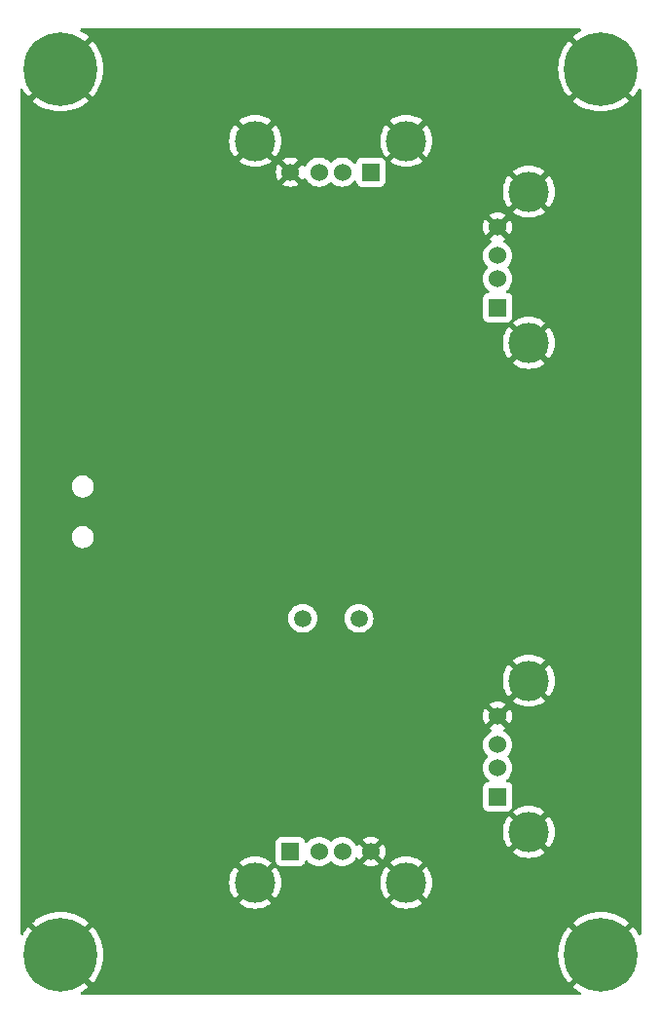
<source format=gbl>
%TF.GenerationSoftware,KiCad,Pcbnew,(6.0.5)*%
%TF.CreationDate,2024-05-01T13:41:59+02:00*%
%TF.ProjectId,SL2.1A-HS-HUB,534c322e-3141-42d4-9853-2d4855422e6b,rev?*%
%TF.SameCoordinates,Original*%
%TF.FileFunction,Copper,L2,Bot*%
%TF.FilePolarity,Positive*%
%FSLAX46Y46*%
G04 Gerber Fmt 4.6, Leading zero omitted, Abs format (unit mm)*
G04 Created by KiCad (PCBNEW (6.0.5)) date 2024-05-01 13:41:59*
%MOMM*%
%LPD*%
G01*
G04 APERTURE LIST*
%TA.AperFunction,ComponentPad*%
%ADD10R,1.524000X1.524000*%
%TD*%
%TA.AperFunction,ComponentPad*%
%ADD11C,1.524000*%
%TD*%
%TA.AperFunction,ComponentPad*%
%ADD12C,3.500000*%
%TD*%
%TA.AperFunction,ComponentPad*%
%ADD13C,1.500000*%
%TD*%
%TA.AperFunction,ComponentPad*%
%ADD14C,6.400000*%
%TD*%
%TA.AperFunction,ViaPad*%
%ADD15C,0.800000*%
%TD*%
G04 APERTURE END LIST*
D10*
%TO.P,J2,1,VBUS*%
%TO.N,+5V*%
X152000000Y-75977500D03*
D11*
%TO.P,J2,2,D-*%
%TO.N,Net-(U1-Pad7)*%
X149500000Y-75977500D03*
%TO.P,J2,3,D+*%
%TO.N,Net-(U1-Pad8)*%
X147500000Y-75977500D03*
%TO.P,J2,4,GND*%
%TO.N,GND*%
X145000000Y-75977500D03*
D12*
%TO.P,J2,5,Shield*%
X141930000Y-73267500D03*
X155070000Y-73267500D03*
%TD*%
D10*
%TO.P,J5,1,VBUS*%
%TO.N,+5V*%
X145000000Y-135022500D03*
D11*
%TO.P,J5,2,D-*%
%TO.N,Net-(U1-Pad1)*%
X147500000Y-135022500D03*
%TO.P,J5,3,D+*%
%TO.N,Net-(U1-Pad2)*%
X149500000Y-135022500D03*
%TO.P,J5,4,GND*%
%TO.N,GND*%
X152000000Y-135022500D03*
D12*
%TO.P,J5,5,Shield*%
X155070000Y-137732500D03*
X141930000Y-137732500D03*
%TD*%
D10*
%TO.P,J3,1,VBUS*%
%TO.N,+5V*%
X163022500Y-87750000D03*
D11*
%TO.P,J3,2,D-*%
%TO.N,Net-(U1-Pad5)*%
X163022500Y-85250000D03*
%TO.P,J3,3,D+*%
%TO.N,Net-(U1-Pad6)*%
X163022500Y-83250000D03*
%TO.P,J3,4,GND*%
%TO.N,GND*%
X163022500Y-80750000D03*
D12*
%TO.P,J3,5,Shield*%
X165732500Y-77680000D03*
X165732500Y-90820000D03*
%TD*%
D13*
%TO.P,Y1,1,1*%
%TO.N,Net-(U1-Pad15)*%
X150950000Y-114750000D03*
%TO.P,Y1,2,2*%
%TO.N,Net-(U1-Pad16)*%
X146070000Y-114750000D03*
%TD*%
D14*
%TO.P,H1,1,1*%
%TO.N,GND*%
X172000000Y-67000000D03*
%TD*%
D10*
%TO.P,J4,1,VBUS*%
%TO.N,+5V*%
X163022500Y-130250000D03*
D11*
%TO.P,J4,2,D-*%
%TO.N,Net-(U1-Pad3)*%
X163022500Y-127750000D03*
%TO.P,J4,3,D+*%
%TO.N,Net-(U1-Pad4)*%
X163022500Y-125750000D03*
%TO.P,J4,4,GND*%
%TO.N,GND*%
X163022500Y-123250000D03*
D12*
%TO.P,J4,5,Shield*%
X165732500Y-120180000D03*
X165732500Y-133320000D03*
%TD*%
D14*
%TO.P,H4,1,1*%
%TO.N,GND*%
X125000000Y-67000000D03*
%TD*%
%TO.P,H2,1,1*%
%TO.N,GND*%
X172000000Y-144000000D03*
%TD*%
%TO.P,H3,1,1*%
%TO.N,GND*%
X125000000Y-144000000D03*
%TD*%
D15*
%TO.N,GND*%
X126500000Y-128500000D03*
X155250000Y-109250000D03*
X126750000Y-101000000D03*
X148500000Y-118750000D03*
X157250000Y-119250000D03*
X145500000Y-99500000D03*
X158000000Y-96750000D03*
X133750000Y-129750000D03*
X126500000Y-82500000D03*
X146750000Y-84250000D03*
X134250000Y-103000000D03*
X134250000Y-96500000D03*
X162250000Y-111000000D03*
X124250000Y-105500000D03*
X126500000Y-125000000D03*
X162250000Y-96500000D03*
X134000000Y-81250000D03*
X153500000Y-126750000D03*
X147750000Y-105000000D03*
X156000000Y-104750000D03*
X154250000Y-99250000D03*
X162250000Y-105500000D03*
X134000000Y-87250000D03*
X162250000Y-100000000D03*
X136750000Y-106750000D03*
X133750000Y-123750000D03*
X126750000Y-110000000D03*
X133750000Y-136750000D03*
X126500000Y-86000000D03*
X150250000Y-84250000D03*
X162250000Y-114500000D03*
X146500000Y-96500000D03*
X134250000Y-73750000D03*
%TD*%
%TA.AperFunction,Conductor*%
%TO.N,GND*%
G36*
X170228176Y-63528502D02*
G01*
X170274669Y-63582158D01*
X170284773Y-63652432D01*
X170255279Y-63717012D01*
X170217258Y-63746767D01*
X170146397Y-63782872D01*
X170140687Y-63786169D01*
X169820265Y-63994253D01*
X169814939Y-63998123D01*
X169576165Y-64191478D01*
X169567700Y-64203733D01*
X169574034Y-64214824D01*
X174784310Y-69425100D01*
X174797386Y-69432241D01*
X174807753Y-69424784D01*
X175001877Y-69185061D01*
X175005747Y-69179735D01*
X175213831Y-68859313D01*
X175217128Y-68853603D01*
X175253233Y-68782742D01*
X175301981Y-68731127D01*
X175370896Y-68714061D01*
X175438098Y-68736962D01*
X175482250Y-68792559D01*
X175491500Y-68839945D01*
X175491500Y-142160055D01*
X175471498Y-142228176D01*
X175417842Y-142274669D01*
X175347568Y-142284773D01*
X175282988Y-142255279D01*
X175253233Y-142217258D01*
X175217128Y-142146397D01*
X175213831Y-142140687D01*
X175005747Y-141820265D01*
X175001877Y-141814939D01*
X174808522Y-141576165D01*
X174796267Y-141567700D01*
X174785176Y-141574034D01*
X169574900Y-146784310D01*
X169567759Y-146797386D01*
X169575216Y-146807753D01*
X169814935Y-147001874D01*
X169820272Y-147005751D01*
X170140685Y-147213830D01*
X170146394Y-147217126D01*
X170217257Y-147253233D01*
X170268872Y-147301981D01*
X170285938Y-147370896D01*
X170263037Y-147438098D01*
X170207440Y-147482250D01*
X170160054Y-147491500D01*
X126839946Y-147491500D01*
X126771825Y-147471498D01*
X126725332Y-147417842D01*
X126715228Y-147347568D01*
X126744722Y-147282988D01*
X126782743Y-147253233D01*
X126853606Y-147217126D01*
X126859315Y-147213830D01*
X127179728Y-147005751D01*
X127185065Y-147001874D01*
X127423835Y-146808522D01*
X127432300Y-146796267D01*
X127425966Y-146785176D01*
X124641922Y-144001132D01*
X125364408Y-144001132D01*
X125364539Y-144002965D01*
X125368790Y-144009580D01*
X127784310Y-146425100D01*
X127797386Y-146432241D01*
X127807753Y-146424784D01*
X128001877Y-146185061D01*
X128005747Y-146179735D01*
X128213831Y-145859313D01*
X128217128Y-145853603D01*
X128390578Y-145513189D01*
X128393260Y-145507164D01*
X128530171Y-145150498D01*
X128532212Y-145144216D01*
X128631094Y-144775184D01*
X128632465Y-144768734D01*
X128692234Y-144391371D01*
X128692920Y-144384833D01*
X128712916Y-144003301D01*
X168287084Y-144003301D01*
X168307080Y-144384833D01*
X168307766Y-144391371D01*
X168367535Y-144768734D01*
X168368906Y-144775184D01*
X168467788Y-145144216D01*
X168469829Y-145150498D01*
X168606740Y-145507164D01*
X168609422Y-145513189D01*
X168782872Y-145853603D01*
X168786169Y-145859313D01*
X168994253Y-146179735D01*
X168998123Y-146185061D01*
X169191478Y-146423835D01*
X169203733Y-146432300D01*
X169214824Y-146425966D01*
X171627978Y-144012812D01*
X171635592Y-143998868D01*
X171635461Y-143997035D01*
X171631210Y-143990420D01*
X169215690Y-141574900D01*
X169202614Y-141567759D01*
X169192247Y-141575216D01*
X168998123Y-141814939D01*
X168994253Y-141820265D01*
X168786169Y-142140687D01*
X168782872Y-142146397D01*
X168609422Y-142486811D01*
X168606740Y-142492836D01*
X168469829Y-142849502D01*
X168467788Y-142855784D01*
X168368906Y-143224816D01*
X168367535Y-143231266D01*
X168307766Y-143608629D01*
X168307080Y-143615167D01*
X168287084Y-143996699D01*
X168287084Y-144003301D01*
X128712916Y-144003301D01*
X128712916Y-143996699D01*
X128692920Y-143615167D01*
X128692234Y-143608629D01*
X128632465Y-143231266D01*
X128631094Y-143224816D01*
X128532212Y-142855784D01*
X128530171Y-142849502D01*
X128393260Y-142492836D01*
X128390578Y-142486811D01*
X128217128Y-142146397D01*
X128213831Y-142140687D01*
X128005747Y-141820265D01*
X128001877Y-141814939D01*
X127808522Y-141576165D01*
X127796267Y-141567700D01*
X127785176Y-141574034D01*
X125372022Y-143987188D01*
X125364408Y-144001132D01*
X124641922Y-144001132D01*
X122215690Y-141574900D01*
X122202614Y-141567759D01*
X122192247Y-141575216D01*
X121998123Y-141814939D01*
X121994253Y-141820265D01*
X121786169Y-142140687D01*
X121782872Y-142146397D01*
X121746767Y-142217258D01*
X121698019Y-142268873D01*
X121629104Y-142285939D01*
X121561902Y-142263038D01*
X121517750Y-142207441D01*
X121508500Y-142160055D01*
X121508500Y-141203733D01*
X122567700Y-141203733D01*
X122574034Y-141214824D01*
X124987188Y-143627978D01*
X125001132Y-143635592D01*
X125002965Y-143635461D01*
X125009580Y-143631210D01*
X127425100Y-141215690D01*
X127431630Y-141203733D01*
X169567700Y-141203733D01*
X169574034Y-141214824D01*
X171987188Y-143627978D01*
X172001132Y-143635592D01*
X172002965Y-143635461D01*
X172009580Y-143631210D01*
X174425100Y-141215690D01*
X174432241Y-141202614D01*
X174424784Y-141192247D01*
X174185065Y-140998126D01*
X174179728Y-140994249D01*
X173859315Y-140786170D01*
X173853606Y-140782873D01*
X173513189Y-140609422D01*
X173507164Y-140606740D01*
X173150498Y-140469829D01*
X173144216Y-140467788D01*
X172775184Y-140368906D01*
X172768734Y-140367535D01*
X172391371Y-140307766D01*
X172384833Y-140307080D01*
X172003301Y-140287084D01*
X171996699Y-140287084D01*
X171615167Y-140307080D01*
X171608629Y-140307766D01*
X171231266Y-140367535D01*
X171224816Y-140368906D01*
X170855784Y-140467788D01*
X170849502Y-140469829D01*
X170492836Y-140606740D01*
X170486811Y-140609422D01*
X170146397Y-140782872D01*
X170140687Y-140786169D01*
X169820265Y-140994253D01*
X169814939Y-140998123D01*
X169576165Y-141191478D01*
X169567700Y-141203733D01*
X127431630Y-141203733D01*
X127432241Y-141202614D01*
X127424784Y-141192247D01*
X127185065Y-140998126D01*
X127179728Y-140994249D01*
X126859315Y-140786170D01*
X126853606Y-140782873D01*
X126513189Y-140609422D01*
X126507164Y-140606740D01*
X126150498Y-140469829D01*
X126144216Y-140467788D01*
X125775184Y-140368906D01*
X125768734Y-140367535D01*
X125391371Y-140307766D01*
X125384833Y-140307080D01*
X125003301Y-140287084D01*
X124996699Y-140287084D01*
X124615167Y-140307080D01*
X124608629Y-140307766D01*
X124231266Y-140367535D01*
X124224816Y-140368906D01*
X123855784Y-140467788D01*
X123849502Y-140469829D01*
X123492836Y-140606740D01*
X123486811Y-140609422D01*
X123146397Y-140782872D01*
X123140687Y-140786169D01*
X122820265Y-140994253D01*
X122814939Y-140998123D01*
X122576165Y-141191478D01*
X122567700Y-141203733D01*
X121508500Y-141203733D01*
X121508500Y-139501356D01*
X140526601Y-139501356D01*
X140533059Y-139510716D01*
X140549361Y-139525012D01*
X140555901Y-139530030D01*
X140795144Y-139689887D01*
X140802281Y-139694008D01*
X141060349Y-139821272D01*
X141067953Y-139824422D01*
X141340420Y-139916912D01*
X141348383Y-139919046D01*
X141630600Y-139975183D01*
X141638751Y-139976256D01*
X141925881Y-139995075D01*
X141934119Y-139995075D01*
X142221249Y-139976256D01*
X142229400Y-139975183D01*
X142511617Y-139919046D01*
X142519580Y-139916912D01*
X142792047Y-139824422D01*
X142799651Y-139821272D01*
X143057719Y-139694008D01*
X143064856Y-139689887D01*
X143304099Y-139530030D01*
X143310639Y-139525012D01*
X143325074Y-139512353D01*
X143332050Y-139501356D01*
X153666601Y-139501356D01*
X153673059Y-139510716D01*
X153689361Y-139525012D01*
X153695901Y-139530030D01*
X153935144Y-139689887D01*
X153942281Y-139694008D01*
X154200349Y-139821272D01*
X154207953Y-139824422D01*
X154480420Y-139916912D01*
X154488383Y-139919046D01*
X154770600Y-139975183D01*
X154778751Y-139976256D01*
X155065881Y-139995075D01*
X155074119Y-139995075D01*
X155361249Y-139976256D01*
X155369400Y-139975183D01*
X155651617Y-139919046D01*
X155659580Y-139916912D01*
X155932047Y-139824422D01*
X155939651Y-139821272D01*
X156197719Y-139694008D01*
X156204856Y-139689887D01*
X156444099Y-139530030D01*
X156450639Y-139525012D01*
X156465074Y-139512353D01*
X156473472Y-139499114D01*
X156467638Y-139489349D01*
X155082810Y-138104520D01*
X155068869Y-138096908D01*
X155067034Y-138097039D01*
X155060420Y-138101290D01*
X153674116Y-139487595D01*
X153666601Y-139501356D01*
X143332050Y-139501356D01*
X143333472Y-139499114D01*
X143327638Y-139489349D01*
X141942810Y-138104520D01*
X141928869Y-138096908D01*
X141927034Y-138097039D01*
X141920420Y-138101290D01*
X140534116Y-139487595D01*
X140526601Y-139501356D01*
X121508500Y-139501356D01*
X121508500Y-137736619D01*
X139667425Y-137736619D01*
X139686244Y-138023749D01*
X139687317Y-138031900D01*
X139743454Y-138314117D01*
X139745588Y-138322080D01*
X139838078Y-138594547D01*
X139841228Y-138602151D01*
X139968492Y-138860218D01*
X139972613Y-138867355D01*
X140132470Y-139106599D01*
X140137488Y-139113139D01*
X140150147Y-139127574D01*
X140163386Y-139135972D01*
X140173151Y-139130138D01*
X141557980Y-137745310D01*
X141564357Y-137733631D01*
X142294408Y-137733631D01*
X142294539Y-137735466D01*
X142298790Y-137742080D01*
X143685095Y-139128384D01*
X143698856Y-139135899D01*
X143708216Y-139129441D01*
X143722512Y-139113139D01*
X143727530Y-139106599D01*
X143887387Y-138867355D01*
X143891508Y-138860218D01*
X144018772Y-138602151D01*
X144021922Y-138594547D01*
X144114412Y-138322080D01*
X144116546Y-138314117D01*
X144172683Y-138031900D01*
X144173756Y-138023749D01*
X144192575Y-137736619D01*
X152807425Y-137736619D01*
X152826244Y-138023749D01*
X152827317Y-138031900D01*
X152883454Y-138314117D01*
X152885588Y-138322080D01*
X152978078Y-138594547D01*
X152981228Y-138602151D01*
X153108492Y-138860218D01*
X153112613Y-138867355D01*
X153272470Y-139106599D01*
X153277488Y-139113139D01*
X153290147Y-139127574D01*
X153303386Y-139135972D01*
X153313151Y-139130138D01*
X154697980Y-137745310D01*
X154704357Y-137733631D01*
X155434408Y-137733631D01*
X155434539Y-137735466D01*
X155438790Y-137742080D01*
X156825095Y-139128384D01*
X156838856Y-139135899D01*
X156848216Y-139129441D01*
X156862512Y-139113139D01*
X156867530Y-139106599D01*
X157027387Y-138867355D01*
X157031508Y-138860218D01*
X157158772Y-138602151D01*
X157161922Y-138594547D01*
X157254412Y-138322080D01*
X157256546Y-138314117D01*
X157312683Y-138031900D01*
X157313756Y-138023749D01*
X157332575Y-137736619D01*
X157332575Y-137728381D01*
X157313756Y-137441251D01*
X157312683Y-137433100D01*
X157256546Y-137150883D01*
X157254412Y-137142920D01*
X157161922Y-136870453D01*
X157158772Y-136862849D01*
X157031508Y-136604782D01*
X157027387Y-136597645D01*
X156867530Y-136358401D01*
X156862512Y-136351861D01*
X156849853Y-136337426D01*
X156836614Y-136329028D01*
X156826849Y-136334862D01*
X155442020Y-137719690D01*
X155434408Y-137733631D01*
X154704357Y-137733631D01*
X154705592Y-137731369D01*
X154705461Y-137729534D01*
X154701210Y-137722920D01*
X153314905Y-136336616D01*
X153301144Y-136329101D01*
X153291784Y-136335559D01*
X153277488Y-136351861D01*
X153272470Y-136358401D01*
X153112613Y-136597645D01*
X153108492Y-136604782D01*
X152981228Y-136862849D01*
X152978078Y-136870453D01*
X152885588Y-137142920D01*
X152883454Y-137150883D01*
X152827317Y-137433100D01*
X152826244Y-137441251D01*
X152807425Y-137728381D01*
X152807425Y-137736619D01*
X144192575Y-137736619D01*
X144192575Y-137728381D01*
X144173756Y-137441251D01*
X144172683Y-137433100D01*
X144116546Y-137150883D01*
X144114412Y-137142920D01*
X144021922Y-136870453D01*
X144018772Y-136862849D01*
X143891508Y-136604782D01*
X143887387Y-136597645D01*
X143727530Y-136358401D01*
X143722518Y-136351869D01*
X143709850Y-136337424D01*
X143696614Y-136329028D01*
X143686849Y-136334862D01*
X142302020Y-137719690D01*
X142294408Y-137733631D01*
X141564357Y-137733631D01*
X141565592Y-137731369D01*
X141565461Y-137729534D01*
X141561210Y-137722920D01*
X140174905Y-136336616D01*
X140161144Y-136329101D01*
X140151784Y-136335559D01*
X140137488Y-136351861D01*
X140132470Y-136358401D01*
X139972613Y-136597645D01*
X139968492Y-136604782D01*
X139841228Y-136862849D01*
X139838078Y-136870453D01*
X139745588Y-137142920D01*
X139743454Y-137150883D01*
X139687317Y-137433100D01*
X139686244Y-137441251D01*
X139667425Y-137728381D01*
X139667425Y-137736619D01*
X121508500Y-137736619D01*
X121508500Y-135965886D01*
X140526528Y-135965886D01*
X140532362Y-135975651D01*
X141917190Y-137360480D01*
X141931131Y-137368092D01*
X141932966Y-137367961D01*
X141939580Y-137363710D01*
X143325884Y-135977405D01*
X143333399Y-135963644D01*
X143326941Y-135954284D01*
X143310639Y-135939988D01*
X143304099Y-135934970D01*
X143150942Y-135832634D01*
X143729500Y-135832634D01*
X143736255Y-135894816D01*
X143787385Y-136031205D01*
X143874739Y-136147761D01*
X143878992Y-136150949D01*
X143878993Y-136150950D01*
X143972381Y-136220940D01*
X143991295Y-136235115D01*
X144127684Y-136286245D01*
X144189866Y-136293000D01*
X145810134Y-136293000D01*
X145872316Y-136286245D01*
X146008705Y-136235115D01*
X146125261Y-136147761D01*
X146212615Y-136031205D01*
X146263745Y-135894816D01*
X146267306Y-135862038D01*
X146294549Y-135796476D01*
X146352912Y-135756050D01*
X146423866Y-135753596D01*
X146484884Y-135789892D01*
X146495777Y-135803369D01*
X146523023Y-135842281D01*
X146680219Y-135999477D01*
X146684727Y-136002634D01*
X146684730Y-136002636D01*
X146713523Y-136022797D01*
X146862323Y-136126988D01*
X146867305Y-136129311D01*
X146867310Y-136129314D01*
X147057810Y-136218145D01*
X147063804Y-136220940D01*
X147069112Y-136222362D01*
X147069114Y-136222363D01*
X147116705Y-136235115D01*
X147278537Y-136278478D01*
X147500000Y-136297853D01*
X147721463Y-136278478D01*
X147883295Y-136235115D01*
X147930886Y-136222363D01*
X147930888Y-136222362D01*
X147936196Y-136220940D01*
X147942190Y-136218145D01*
X148132690Y-136129314D01*
X148132695Y-136129311D01*
X148137677Y-136126988D01*
X148286477Y-136022797D01*
X148315270Y-136002636D01*
X148315273Y-136002634D01*
X148319781Y-135999477D01*
X148410905Y-135908353D01*
X148473217Y-135874327D01*
X148544032Y-135879392D01*
X148589095Y-135908353D01*
X148680219Y-135999477D01*
X148684727Y-136002634D01*
X148684730Y-136002636D01*
X148713523Y-136022797D01*
X148862323Y-136126988D01*
X148867305Y-136129311D01*
X148867310Y-136129314D01*
X149057810Y-136218145D01*
X149063804Y-136220940D01*
X149069112Y-136222362D01*
X149069114Y-136222363D01*
X149116705Y-136235115D01*
X149278537Y-136278478D01*
X149500000Y-136297853D01*
X149721463Y-136278478D01*
X149883295Y-136235115D01*
X149930886Y-136222363D01*
X149930888Y-136222362D01*
X149936196Y-136220940D01*
X149942190Y-136218145D01*
X150132690Y-136129314D01*
X150132695Y-136129311D01*
X150137677Y-136126988D01*
X150202959Y-136081277D01*
X151305777Y-136081277D01*
X151315074Y-136093293D01*
X151358069Y-136123398D01*
X151367555Y-136128876D01*
X151558993Y-136218145D01*
X151569285Y-136221891D01*
X151773309Y-136276559D01*
X151784104Y-136278462D01*
X151994525Y-136296872D01*
X152005475Y-136296872D01*
X152215896Y-136278462D01*
X152226691Y-136276559D01*
X152430715Y-136221891D01*
X152441007Y-136218145D01*
X152632445Y-136128876D01*
X152641931Y-136123398D01*
X152685764Y-136092707D01*
X152694139Y-136082229D01*
X152687071Y-136068781D01*
X152584176Y-135965886D01*
X153666528Y-135965886D01*
X153672362Y-135975651D01*
X155057190Y-137360480D01*
X155071131Y-137368092D01*
X155072966Y-137367961D01*
X155079580Y-137363710D01*
X156465884Y-135977405D01*
X156473399Y-135963644D01*
X156466941Y-135954284D01*
X156450639Y-135939988D01*
X156444099Y-135934970D01*
X156204856Y-135775113D01*
X156197719Y-135770992D01*
X155939651Y-135643728D01*
X155932047Y-135640578D01*
X155659580Y-135548088D01*
X155651617Y-135545954D01*
X155369400Y-135489817D01*
X155361249Y-135488744D01*
X155074119Y-135469925D01*
X155065881Y-135469925D01*
X154778751Y-135488744D01*
X154770600Y-135489817D01*
X154488383Y-135545954D01*
X154480420Y-135548088D01*
X154207953Y-135640578D01*
X154200349Y-135643728D01*
X153942282Y-135770992D01*
X153935145Y-135775113D01*
X153695901Y-135934970D01*
X153689361Y-135939988D01*
X153674926Y-135952647D01*
X153666528Y-135965886D01*
X152584176Y-135965886D01*
X152012812Y-135394522D01*
X151998868Y-135386908D01*
X151997035Y-135387039D01*
X151990420Y-135391290D01*
X151312207Y-136069503D01*
X151305777Y-136081277D01*
X150202959Y-136081277D01*
X150286477Y-136022797D01*
X150315270Y-136002636D01*
X150315273Y-136002634D01*
X150319781Y-135999477D01*
X150476977Y-135842281D01*
X150481354Y-135836031D01*
X150601331Y-135664685D01*
X150601332Y-135664683D01*
X150604488Y-135660176D01*
X150606811Y-135655194D01*
X150606814Y-135655189D01*
X150636081Y-135592425D01*
X150682999Y-135539140D01*
X150751276Y-135519679D01*
X150819236Y-135540221D01*
X150864471Y-135592425D01*
X150893623Y-135654941D01*
X150899103Y-135664432D01*
X150929794Y-135708265D01*
X150940271Y-135716640D01*
X150953718Y-135709572D01*
X151627978Y-135035312D01*
X151634356Y-135023632D01*
X152364408Y-135023632D01*
X152364539Y-135025465D01*
X152368790Y-135032080D01*
X153047003Y-135710293D01*
X153058777Y-135716723D01*
X153070793Y-135707426D01*
X153100897Y-135664432D01*
X153106377Y-135654941D01*
X153195645Y-135463507D01*
X153199391Y-135453215D01*
X153254059Y-135249191D01*
X153255962Y-135238396D01*
X153269045Y-135088856D01*
X164329101Y-135088856D01*
X164335559Y-135098216D01*
X164351861Y-135112512D01*
X164358401Y-135117530D01*
X164597644Y-135277387D01*
X164604781Y-135281508D01*
X164862849Y-135408772D01*
X164870453Y-135411922D01*
X165142920Y-135504412D01*
X165150883Y-135506546D01*
X165433100Y-135562683D01*
X165441251Y-135563756D01*
X165728381Y-135582575D01*
X165736619Y-135582575D01*
X166023749Y-135563756D01*
X166031900Y-135562683D01*
X166314117Y-135506546D01*
X166322080Y-135504412D01*
X166594547Y-135411922D01*
X166602151Y-135408772D01*
X166860219Y-135281508D01*
X166867356Y-135277387D01*
X167106599Y-135117530D01*
X167113139Y-135112512D01*
X167127574Y-135099853D01*
X167135972Y-135086614D01*
X167130138Y-135076849D01*
X165745310Y-133692020D01*
X165731369Y-133684408D01*
X165729534Y-133684539D01*
X165722920Y-133688790D01*
X164336616Y-135075095D01*
X164329101Y-135088856D01*
X153269045Y-135088856D01*
X153274372Y-135027975D01*
X153274372Y-135017025D01*
X153255962Y-134806604D01*
X153254059Y-134795809D01*
X153199391Y-134591785D01*
X153195645Y-134581493D01*
X153106377Y-134390059D01*
X153100897Y-134380568D01*
X153070206Y-134336735D01*
X153059729Y-134328360D01*
X153046282Y-134335428D01*
X152372022Y-135009688D01*
X152364408Y-135023632D01*
X151634356Y-135023632D01*
X151635592Y-135021368D01*
X151635461Y-135019535D01*
X151631210Y-135012920D01*
X150952997Y-134334707D01*
X150941223Y-134328277D01*
X150929207Y-134337574D01*
X150899103Y-134380568D01*
X150893623Y-134390059D01*
X150864471Y-134452575D01*
X150817553Y-134505860D01*
X150749276Y-134525321D01*
X150681316Y-134504779D01*
X150636081Y-134452575D01*
X150606814Y-134389811D01*
X150606811Y-134389806D01*
X150604488Y-134384824D01*
X150601331Y-134380315D01*
X150480136Y-134207230D01*
X150480134Y-134207227D01*
X150476977Y-134202719D01*
X150319781Y-134045523D01*
X150315273Y-134042366D01*
X150315270Y-134042364D01*
X150239505Y-133989313D01*
X150201599Y-133962771D01*
X151305860Y-133962771D01*
X151312928Y-133976218D01*
X151987188Y-134650478D01*
X152001132Y-134658092D01*
X152002965Y-134657961D01*
X152009580Y-134653710D01*
X152687793Y-133975497D01*
X152694223Y-133963723D01*
X152684926Y-133951707D01*
X152641931Y-133921602D01*
X152632445Y-133916124D01*
X152441007Y-133826855D01*
X152430715Y-133823109D01*
X152226691Y-133768441D01*
X152215896Y-133766538D01*
X152005475Y-133748128D01*
X151994525Y-133748128D01*
X151784104Y-133766538D01*
X151773309Y-133768441D01*
X151569285Y-133823109D01*
X151558993Y-133826855D01*
X151367559Y-133916123D01*
X151358068Y-133921603D01*
X151314235Y-133952294D01*
X151305860Y-133962771D01*
X150201599Y-133962771D01*
X150137677Y-133918012D01*
X150132695Y-133915689D01*
X150132690Y-133915686D01*
X149941178Y-133826383D01*
X149941177Y-133826382D01*
X149936196Y-133824060D01*
X149930888Y-133822638D01*
X149930886Y-133822637D01*
X149865051Y-133804997D01*
X149721463Y-133766522D01*
X149500000Y-133747147D01*
X149278537Y-133766522D01*
X149134949Y-133804997D01*
X149069114Y-133822637D01*
X149069112Y-133822638D01*
X149063804Y-133824060D01*
X149058823Y-133826382D01*
X149058822Y-133826383D01*
X148867311Y-133915686D01*
X148867306Y-133915689D01*
X148862324Y-133918012D01*
X148857817Y-133921168D01*
X148857815Y-133921169D01*
X148684730Y-134042364D01*
X148684727Y-134042366D01*
X148680219Y-134045523D01*
X148589095Y-134136647D01*
X148526783Y-134170673D01*
X148455968Y-134165608D01*
X148410905Y-134136647D01*
X148319781Y-134045523D01*
X148315273Y-134042366D01*
X148315270Y-134042364D01*
X148239505Y-133989313D01*
X148137677Y-133918012D01*
X148132695Y-133915689D01*
X148132690Y-133915686D01*
X147941178Y-133826383D01*
X147941177Y-133826382D01*
X147936196Y-133824060D01*
X147930888Y-133822638D01*
X147930886Y-133822637D01*
X147865051Y-133804997D01*
X147721463Y-133766522D01*
X147500000Y-133747147D01*
X147278537Y-133766522D01*
X147134949Y-133804997D01*
X147069114Y-133822637D01*
X147069112Y-133822638D01*
X147063804Y-133824060D01*
X147058823Y-133826382D01*
X147058822Y-133826383D01*
X146867311Y-133915686D01*
X146867306Y-133915689D01*
X146862324Y-133918012D01*
X146857817Y-133921168D01*
X146857815Y-133921169D01*
X146684730Y-134042364D01*
X146684727Y-134042366D01*
X146680219Y-134045523D01*
X146523023Y-134202719D01*
X146495781Y-134241624D01*
X146440326Y-134285952D01*
X146369707Y-134293262D01*
X146306346Y-134261231D01*
X146270361Y-134200030D01*
X146267306Y-134182962D01*
X146265971Y-134170673D01*
X146263745Y-134150184D01*
X146212615Y-134013795D01*
X146125261Y-133897239D01*
X146008705Y-133809885D01*
X145872316Y-133758755D01*
X145810134Y-133752000D01*
X144189866Y-133752000D01*
X144127684Y-133758755D01*
X143991295Y-133809885D01*
X143874739Y-133897239D01*
X143787385Y-134013795D01*
X143736255Y-134150184D01*
X143729500Y-134212366D01*
X143729500Y-135832634D01*
X143150942Y-135832634D01*
X143064856Y-135775113D01*
X143057719Y-135770992D01*
X142799651Y-135643728D01*
X142792047Y-135640578D01*
X142519580Y-135548088D01*
X142511617Y-135545954D01*
X142229400Y-135489817D01*
X142221249Y-135488744D01*
X141934119Y-135469925D01*
X141925881Y-135469925D01*
X141638751Y-135488744D01*
X141630600Y-135489817D01*
X141348383Y-135545954D01*
X141340420Y-135548088D01*
X141067953Y-135640578D01*
X141060349Y-135643728D01*
X140802282Y-135770992D01*
X140795145Y-135775113D01*
X140555901Y-135934970D01*
X140549361Y-135939988D01*
X140534926Y-135952647D01*
X140526528Y-135965886D01*
X121508500Y-135965886D01*
X121508500Y-133324119D01*
X163469925Y-133324119D01*
X163488744Y-133611249D01*
X163489817Y-133619400D01*
X163545954Y-133901617D01*
X163548088Y-133909580D01*
X163640578Y-134182047D01*
X163643728Y-134189651D01*
X163770992Y-134447718D01*
X163775113Y-134454855D01*
X163934970Y-134694099D01*
X163939988Y-134700639D01*
X163952647Y-134715074D01*
X163965886Y-134723472D01*
X163975651Y-134717638D01*
X165360480Y-133332810D01*
X165366857Y-133321131D01*
X166096908Y-133321131D01*
X166097039Y-133322966D01*
X166101290Y-133329580D01*
X167487595Y-134715884D01*
X167501356Y-134723399D01*
X167510716Y-134716941D01*
X167525012Y-134700639D01*
X167530030Y-134694099D01*
X167689887Y-134454855D01*
X167694008Y-134447718D01*
X167821272Y-134189651D01*
X167824422Y-134182047D01*
X167916912Y-133909580D01*
X167919046Y-133901617D01*
X167975183Y-133619400D01*
X167976256Y-133611249D01*
X167995075Y-133324119D01*
X167995075Y-133315881D01*
X167976256Y-133028751D01*
X167975183Y-133020600D01*
X167919046Y-132738383D01*
X167916912Y-132730420D01*
X167824422Y-132457953D01*
X167821272Y-132450349D01*
X167694008Y-132192282D01*
X167689887Y-132185145D01*
X167530030Y-131945901D01*
X167525012Y-131939361D01*
X167512353Y-131924926D01*
X167499114Y-131916528D01*
X167489349Y-131922362D01*
X166104520Y-133307190D01*
X166096908Y-133321131D01*
X165366857Y-133321131D01*
X165368092Y-133318869D01*
X165367961Y-133317034D01*
X165363710Y-133310420D01*
X163977405Y-131924116D01*
X163963644Y-131916601D01*
X163954284Y-131923059D01*
X163939988Y-131939361D01*
X163934970Y-131945901D01*
X163775113Y-132185145D01*
X163770992Y-132192282D01*
X163643728Y-132450349D01*
X163640578Y-132457953D01*
X163548088Y-132730420D01*
X163545954Y-132738383D01*
X163489817Y-133020600D01*
X163488744Y-133028751D01*
X163469925Y-133315881D01*
X163469925Y-133324119D01*
X121508500Y-133324119D01*
X121508500Y-131553386D01*
X164329028Y-131553386D01*
X164334862Y-131563151D01*
X165719690Y-132947980D01*
X165733631Y-132955592D01*
X165735466Y-132955461D01*
X165742080Y-132951210D01*
X167128384Y-131564905D01*
X167135899Y-131551144D01*
X167129441Y-131541784D01*
X167113139Y-131527488D01*
X167106599Y-131522470D01*
X166867356Y-131362613D01*
X166860219Y-131358492D01*
X166602151Y-131231228D01*
X166594547Y-131228078D01*
X166322080Y-131135588D01*
X166314117Y-131133454D01*
X166031900Y-131077317D01*
X166023749Y-131076244D01*
X165736619Y-131057425D01*
X165728381Y-131057425D01*
X165441251Y-131076244D01*
X165433100Y-131077317D01*
X165150883Y-131133454D01*
X165142920Y-131135588D01*
X164870453Y-131228078D01*
X164862849Y-131231228D01*
X164604782Y-131358492D01*
X164597645Y-131362613D01*
X164358401Y-131522470D01*
X164351869Y-131527482D01*
X164337424Y-131540150D01*
X164329028Y-131553386D01*
X121508500Y-131553386D01*
X121508500Y-127750000D01*
X161747147Y-127750000D01*
X161766522Y-127971463D01*
X161824060Y-128186196D01*
X161826382Y-128191177D01*
X161826383Y-128191178D01*
X161915686Y-128382689D01*
X161915689Y-128382694D01*
X161918012Y-128387676D01*
X162045523Y-128569781D01*
X162202719Y-128726977D01*
X162241625Y-128754219D01*
X162285952Y-128809674D01*
X162293262Y-128880293D01*
X162261231Y-128943654D01*
X162200030Y-128979639D01*
X162182962Y-128982694D01*
X162173964Y-128983672D01*
X162150184Y-128986255D01*
X162013795Y-129037385D01*
X161897239Y-129124739D01*
X161809885Y-129241295D01*
X161758755Y-129377684D01*
X161752000Y-129439866D01*
X161752000Y-131060134D01*
X161758755Y-131122316D01*
X161809885Y-131258705D01*
X161897239Y-131375261D01*
X162013795Y-131462615D01*
X162150184Y-131513745D01*
X162212366Y-131520500D01*
X163832634Y-131520500D01*
X163894816Y-131513745D01*
X164031205Y-131462615D01*
X164147761Y-131375261D01*
X164150949Y-131371008D01*
X164150950Y-131371007D01*
X164229729Y-131265892D01*
X164229730Y-131265890D01*
X164235115Y-131258705D01*
X164286245Y-131122316D01*
X164293000Y-131060134D01*
X164293000Y-129439866D01*
X164286245Y-129377684D01*
X164235115Y-129241295D01*
X164147761Y-129124739D01*
X164031205Y-129037385D01*
X163894816Y-128986255D01*
X163871036Y-128983672D01*
X163862038Y-128982694D01*
X163796476Y-128955451D01*
X163756050Y-128897088D01*
X163753596Y-128826134D01*
X163789892Y-128765116D01*
X163803368Y-128754224D01*
X163842281Y-128726977D01*
X163999477Y-128569781D01*
X164126988Y-128387676D01*
X164129311Y-128382694D01*
X164129314Y-128382689D01*
X164218617Y-128191178D01*
X164218618Y-128191177D01*
X164220940Y-128186196D01*
X164278478Y-127971463D01*
X164297853Y-127750000D01*
X164278478Y-127528537D01*
X164220940Y-127313804D01*
X164218617Y-127308822D01*
X164129314Y-127117311D01*
X164129311Y-127117306D01*
X164126988Y-127112324D01*
X163999477Y-126930219D01*
X163908353Y-126839095D01*
X163874327Y-126776783D01*
X163879392Y-126705968D01*
X163908353Y-126660905D01*
X163999477Y-126569781D01*
X164126988Y-126387676D01*
X164129311Y-126382694D01*
X164129314Y-126382689D01*
X164218617Y-126191178D01*
X164218618Y-126191177D01*
X164220940Y-126186196D01*
X164278478Y-125971463D01*
X164297853Y-125750000D01*
X164278478Y-125528537D01*
X164220940Y-125313804D01*
X164218617Y-125308822D01*
X164129314Y-125117311D01*
X164129311Y-125117306D01*
X164126988Y-125112324D01*
X163999477Y-124930219D01*
X163842281Y-124773023D01*
X163837773Y-124769866D01*
X163837770Y-124769864D01*
X163762005Y-124716813D01*
X163660177Y-124645512D01*
X163655195Y-124643189D01*
X163655190Y-124643186D01*
X163592426Y-124613919D01*
X163539141Y-124567001D01*
X163519680Y-124498724D01*
X163540222Y-124430764D01*
X163592426Y-124385529D01*
X163654945Y-124356376D01*
X163664431Y-124350898D01*
X163708264Y-124320207D01*
X163716639Y-124309729D01*
X163709571Y-124296281D01*
X163035312Y-123622022D01*
X163021368Y-123614408D01*
X163019535Y-123614539D01*
X163012920Y-123618790D01*
X162334707Y-124297003D01*
X162328277Y-124308777D01*
X162337574Y-124320793D01*
X162380569Y-124350898D01*
X162390055Y-124356376D01*
X162452575Y-124385529D01*
X162505860Y-124432446D01*
X162525321Y-124500723D01*
X162504779Y-124568683D01*
X162452575Y-124613919D01*
X162389811Y-124643186D01*
X162389806Y-124643189D01*
X162384824Y-124645512D01*
X162380317Y-124648668D01*
X162380315Y-124648669D01*
X162207230Y-124769864D01*
X162207227Y-124769866D01*
X162202719Y-124773023D01*
X162045523Y-124930219D01*
X161918012Y-125112324D01*
X161915689Y-125117306D01*
X161915686Y-125117311D01*
X161826383Y-125308822D01*
X161824060Y-125313804D01*
X161766522Y-125528537D01*
X161747147Y-125750000D01*
X161766522Y-125971463D01*
X161824060Y-126186196D01*
X161826382Y-126191177D01*
X161826383Y-126191178D01*
X161915686Y-126382689D01*
X161915689Y-126382694D01*
X161918012Y-126387676D01*
X162045523Y-126569781D01*
X162136647Y-126660905D01*
X162170673Y-126723217D01*
X162165608Y-126794032D01*
X162136647Y-126839095D01*
X162045523Y-126930219D01*
X161918012Y-127112324D01*
X161915689Y-127117306D01*
X161915686Y-127117311D01*
X161826383Y-127308822D01*
X161824060Y-127313804D01*
X161766522Y-127528537D01*
X161747147Y-127750000D01*
X121508500Y-127750000D01*
X121508500Y-123255475D01*
X161748128Y-123255475D01*
X161766538Y-123465896D01*
X161768441Y-123476691D01*
X161823109Y-123680715D01*
X161826855Y-123691007D01*
X161916123Y-123882441D01*
X161921603Y-123891932D01*
X161952294Y-123935765D01*
X161962771Y-123944140D01*
X161976218Y-123937072D01*
X162650478Y-123262812D01*
X162656856Y-123251132D01*
X163386908Y-123251132D01*
X163387039Y-123252965D01*
X163391290Y-123259580D01*
X164069503Y-123937793D01*
X164081277Y-123944223D01*
X164093293Y-123934926D01*
X164123397Y-123891932D01*
X164128877Y-123882441D01*
X164218145Y-123691007D01*
X164221891Y-123680715D01*
X164276559Y-123476691D01*
X164278462Y-123465896D01*
X164296872Y-123255475D01*
X164296872Y-123244525D01*
X164278462Y-123034104D01*
X164276559Y-123023309D01*
X164221891Y-122819285D01*
X164218145Y-122808993D01*
X164128877Y-122617559D01*
X164123397Y-122608068D01*
X164092706Y-122564235D01*
X164082229Y-122555860D01*
X164068782Y-122562928D01*
X163394522Y-123237188D01*
X163386908Y-123251132D01*
X162656856Y-123251132D01*
X162658092Y-123248868D01*
X162657961Y-123247035D01*
X162653710Y-123240420D01*
X161975497Y-122562207D01*
X161963723Y-122555777D01*
X161951707Y-122565074D01*
X161921603Y-122608068D01*
X161916123Y-122617559D01*
X161826855Y-122808993D01*
X161823109Y-122819285D01*
X161768441Y-123023309D01*
X161766538Y-123034104D01*
X161748128Y-123244525D01*
X161748128Y-123255475D01*
X121508500Y-123255475D01*
X121508500Y-122190271D01*
X162328360Y-122190271D01*
X162335428Y-122203718D01*
X163009688Y-122877978D01*
X163023632Y-122885592D01*
X163025465Y-122885461D01*
X163032080Y-122881210D01*
X163710293Y-122202997D01*
X163716723Y-122191223D01*
X163707426Y-122179207D01*
X163664431Y-122149102D01*
X163654945Y-122143624D01*
X163463507Y-122054355D01*
X163453215Y-122050609D01*
X163249191Y-121995941D01*
X163238396Y-121994038D01*
X163027975Y-121975628D01*
X163017025Y-121975628D01*
X162806604Y-121994038D01*
X162795809Y-121995941D01*
X162591785Y-122050609D01*
X162581493Y-122054355D01*
X162390059Y-122143623D01*
X162380568Y-122149103D01*
X162336735Y-122179794D01*
X162328360Y-122190271D01*
X121508500Y-122190271D01*
X121508500Y-121948856D01*
X164329101Y-121948856D01*
X164335559Y-121958216D01*
X164351861Y-121972512D01*
X164358401Y-121977530D01*
X164597644Y-122137387D01*
X164604781Y-122141508D01*
X164862849Y-122268772D01*
X164870453Y-122271922D01*
X165142920Y-122364412D01*
X165150883Y-122366546D01*
X165433100Y-122422683D01*
X165441251Y-122423756D01*
X165728381Y-122442575D01*
X165736619Y-122442575D01*
X166023749Y-122423756D01*
X166031900Y-122422683D01*
X166314117Y-122366546D01*
X166322080Y-122364412D01*
X166594547Y-122271922D01*
X166602151Y-122268772D01*
X166860219Y-122141508D01*
X166867356Y-122137387D01*
X167106599Y-121977530D01*
X167113139Y-121972512D01*
X167127574Y-121959853D01*
X167135972Y-121946614D01*
X167130138Y-121936849D01*
X165745310Y-120552020D01*
X165731369Y-120544408D01*
X165729534Y-120544539D01*
X165722920Y-120548790D01*
X164336616Y-121935095D01*
X164329101Y-121948856D01*
X121508500Y-121948856D01*
X121508500Y-120184119D01*
X163469925Y-120184119D01*
X163488744Y-120471249D01*
X163489817Y-120479400D01*
X163545954Y-120761617D01*
X163548088Y-120769580D01*
X163640578Y-121042047D01*
X163643728Y-121049651D01*
X163770992Y-121307718D01*
X163775113Y-121314855D01*
X163934970Y-121554099D01*
X163939988Y-121560639D01*
X163952647Y-121575074D01*
X163965886Y-121583472D01*
X163975651Y-121577638D01*
X165360480Y-120192810D01*
X165366857Y-120181131D01*
X166096908Y-120181131D01*
X166097039Y-120182966D01*
X166101290Y-120189580D01*
X167487595Y-121575884D01*
X167501356Y-121583399D01*
X167510716Y-121576941D01*
X167525012Y-121560639D01*
X167530030Y-121554099D01*
X167689887Y-121314855D01*
X167694008Y-121307718D01*
X167821272Y-121049651D01*
X167824422Y-121042047D01*
X167916912Y-120769580D01*
X167919046Y-120761617D01*
X167975183Y-120479400D01*
X167976256Y-120471249D01*
X167995075Y-120184119D01*
X167995075Y-120175881D01*
X167976256Y-119888751D01*
X167975183Y-119880600D01*
X167919046Y-119598383D01*
X167916912Y-119590420D01*
X167824422Y-119317953D01*
X167821272Y-119310349D01*
X167694008Y-119052282D01*
X167689887Y-119045145D01*
X167530030Y-118805901D01*
X167525012Y-118799361D01*
X167512353Y-118784926D01*
X167499114Y-118776528D01*
X167489349Y-118782362D01*
X166104520Y-120167190D01*
X166096908Y-120181131D01*
X165366857Y-120181131D01*
X165368092Y-120178869D01*
X165367961Y-120177034D01*
X165363710Y-120170420D01*
X163977405Y-118784116D01*
X163963644Y-118776601D01*
X163954284Y-118783059D01*
X163939988Y-118799361D01*
X163934970Y-118805901D01*
X163775113Y-119045145D01*
X163770992Y-119052282D01*
X163643728Y-119310349D01*
X163640578Y-119317953D01*
X163548088Y-119590420D01*
X163545954Y-119598383D01*
X163489817Y-119880600D01*
X163488744Y-119888751D01*
X163469925Y-120175881D01*
X163469925Y-120184119D01*
X121508500Y-120184119D01*
X121508500Y-118413386D01*
X164329028Y-118413386D01*
X164334862Y-118423151D01*
X165719690Y-119807980D01*
X165733631Y-119815592D01*
X165735466Y-119815461D01*
X165742080Y-119811210D01*
X167128384Y-118424905D01*
X167135899Y-118411144D01*
X167129441Y-118401784D01*
X167113139Y-118387488D01*
X167106599Y-118382470D01*
X166867356Y-118222613D01*
X166860219Y-118218492D01*
X166602151Y-118091228D01*
X166594547Y-118088078D01*
X166322080Y-117995588D01*
X166314117Y-117993454D01*
X166031900Y-117937317D01*
X166023749Y-117936244D01*
X165736619Y-117917425D01*
X165728381Y-117917425D01*
X165441251Y-117936244D01*
X165433100Y-117937317D01*
X165150883Y-117993454D01*
X165142920Y-117995588D01*
X164870453Y-118088078D01*
X164862849Y-118091228D01*
X164604782Y-118218492D01*
X164597645Y-118222613D01*
X164358401Y-118382470D01*
X164351861Y-118387488D01*
X164337426Y-118400147D01*
X164329028Y-118413386D01*
X121508500Y-118413386D01*
X121508500Y-114750000D01*
X144806693Y-114750000D01*
X144825885Y-114969371D01*
X144882880Y-115182076D01*
X144885205Y-115187061D01*
X144973618Y-115376666D01*
X144973621Y-115376671D01*
X144975944Y-115381653D01*
X145102251Y-115562038D01*
X145257962Y-115717749D01*
X145438346Y-115844056D01*
X145637924Y-115937120D01*
X145850629Y-115994115D01*
X146070000Y-116013307D01*
X146289371Y-115994115D01*
X146502076Y-115937120D01*
X146701654Y-115844056D01*
X146882038Y-115717749D01*
X147037749Y-115562038D01*
X147164056Y-115381653D01*
X147166379Y-115376671D01*
X147166382Y-115376666D01*
X147254795Y-115187061D01*
X147257120Y-115182076D01*
X147314115Y-114969371D01*
X147333307Y-114750000D01*
X149686693Y-114750000D01*
X149705885Y-114969371D01*
X149762880Y-115182076D01*
X149765205Y-115187061D01*
X149853618Y-115376666D01*
X149853621Y-115376671D01*
X149855944Y-115381653D01*
X149982251Y-115562038D01*
X150137962Y-115717749D01*
X150318346Y-115844056D01*
X150517924Y-115937120D01*
X150730629Y-115994115D01*
X150950000Y-116013307D01*
X151169371Y-115994115D01*
X151382076Y-115937120D01*
X151581654Y-115844056D01*
X151762038Y-115717749D01*
X151917749Y-115562038D01*
X152044056Y-115381653D01*
X152046379Y-115376671D01*
X152046382Y-115376666D01*
X152134795Y-115187061D01*
X152137120Y-115182076D01*
X152194115Y-114969371D01*
X152213307Y-114750000D01*
X152194115Y-114530629D01*
X152137120Y-114317924D01*
X152093585Y-114224562D01*
X152046382Y-114123334D01*
X152046379Y-114123329D01*
X152044056Y-114118347D01*
X151917749Y-113937962D01*
X151762038Y-113782251D01*
X151581654Y-113655944D01*
X151382076Y-113562880D01*
X151169371Y-113505885D01*
X150950000Y-113486693D01*
X150730629Y-113505885D01*
X150517924Y-113562880D01*
X150424562Y-113606415D01*
X150323334Y-113653618D01*
X150323329Y-113653621D01*
X150318347Y-113655944D01*
X150313840Y-113659100D01*
X150313838Y-113659101D01*
X150142473Y-113779092D01*
X150142470Y-113779094D01*
X150137962Y-113782251D01*
X149982251Y-113937962D01*
X149855944Y-114118347D01*
X149853621Y-114123329D01*
X149853618Y-114123334D01*
X149806415Y-114224562D01*
X149762880Y-114317924D01*
X149705885Y-114530629D01*
X149686693Y-114750000D01*
X147333307Y-114750000D01*
X147314115Y-114530629D01*
X147257120Y-114317924D01*
X147213585Y-114224562D01*
X147166382Y-114123334D01*
X147166379Y-114123329D01*
X147164056Y-114118347D01*
X147037749Y-113937962D01*
X146882038Y-113782251D01*
X146701654Y-113655944D01*
X146502076Y-113562880D01*
X146289371Y-113505885D01*
X146070000Y-113486693D01*
X145850629Y-113505885D01*
X145637924Y-113562880D01*
X145544562Y-113606415D01*
X145443334Y-113653618D01*
X145443329Y-113653621D01*
X145438347Y-113655944D01*
X145433840Y-113659100D01*
X145433838Y-113659101D01*
X145262473Y-113779092D01*
X145262470Y-113779094D01*
X145257962Y-113782251D01*
X145102251Y-113937962D01*
X144975944Y-114118347D01*
X144973621Y-114123329D01*
X144973618Y-114123334D01*
X144926415Y-114224562D01*
X144882880Y-114317924D01*
X144825885Y-114530629D01*
X144806693Y-114750000D01*
X121508500Y-114750000D01*
X121508500Y-107747064D01*
X125962707Y-107747064D01*
X125991825Y-107939599D01*
X125994028Y-107945585D01*
X125994029Y-107945591D01*
X126056860Y-108116360D01*
X126056862Y-108116365D01*
X126059063Y-108122346D01*
X126161674Y-108287840D01*
X126295466Y-108429322D01*
X126454975Y-108541011D01*
X126460838Y-108543548D01*
X126627825Y-108615810D01*
X126627829Y-108615811D01*
X126633684Y-108618345D01*
X126639931Y-108619650D01*
X126639934Y-108619651D01*
X126819557Y-108657176D01*
X126819562Y-108657177D01*
X126824293Y-108658165D01*
X126830685Y-108658500D01*
X126973663Y-108658500D01*
X127042951Y-108651462D01*
X127112378Y-108644410D01*
X127112379Y-108644410D01*
X127118727Y-108643765D01*
X127199843Y-108618345D01*
X127298451Y-108587444D01*
X127298456Y-108587442D01*
X127304541Y-108585535D01*
X127391475Y-108537346D01*
X127469271Y-108494223D01*
X127469274Y-108494221D01*
X127474850Y-108491130D01*
X127479691Y-108486981D01*
X127479695Y-108486978D01*
X127617855Y-108368560D01*
X127622698Y-108364409D01*
X127742046Y-108210547D01*
X127782779Y-108127768D01*
X127825200Y-108041556D01*
X127828018Y-108035829D01*
X127829628Y-108029649D01*
X127875492Y-107853575D01*
X127875492Y-107853572D01*
X127877102Y-107847393D01*
X127887293Y-107652936D01*
X127858175Y-107460401D01*
X127855972Y-107454415D01*
X127855971Y-107454409D01*
X127793140Y-107283640D01*
X127793138Y-107283635D01*
X127790937Y-107277654D01*
X127688326Y-107112160D01*
X127554534Y-106970678D01*
X127395025Y-106858989D01*
X127347013Y-106838212D01*
X127222175Y-106784190D01*
X127222171Y-106784189D01*
X127216316Y-106781655D01*
X127210069Y-106780350D01*
X127210066Y-106780349D01*
X127030443Y-106742824D01*
X127030438Y-106742823D01*
X127025707Y-106741835D01*
X127019315Y-106741500D01*
X126876337Y-106741500D01*
X126807049Y-106748538D01*
X126737622Y-106755590D01*
X126737621Y-106755590D01*
X126731273Y-106756235D01*
X126674939Y-106773889D01*
X126551549Y-106812556D01*
X126551544Y-106812558D01*
X126545459Y-106814465D01*
X126469713Y-106856452D01*
X126380729Y-106905777D01*
X126380726Y-106905779D01*
X126375150Y-106908870D01*
X126370309Y-106913019D01*
X126370305Y-106913022D01*
X126307311Y-106967015D01*
X126227302Y-107035591D01*
X126107954Y-107189453D01*
X126105138Y-107195176D01*
X126105136Y-107195179D01*
X126061608Y-107283640D01*
X126021982Y-107364171D01*
X126020373Y-107370349D01*
X126020372Y-107370351D01*
X125998477Y-107454409D01*
X125972898Y-107552607D01*
X125962707Y-107747064D01*
X121508500Y-107747064D01*
X121508500Y-103347064D01*
X125962707Y-103347064D01*
X125991825Y-103539599D01*
X125994028Y-103545585D01*
X125994029Y-103545591D01*
X126056860Y-103716360D01*
X126056862Y-103716365D01*
X126059063Y-103722346D01*
X126161674Y-103887840D01*
X126295466Y-104029322D01*
X126454975Y-104141011D01*
X126460838Y-104143548D01*
X126627825Y-104215810D01*
X126627829Y-104215811D01*
X126633684Y-104218345D01*
X126639931Y-104219650D01*
X126639934Y-104219651D01*
X126819557Y-104257176D01*
X126819562Y-104257177D01*
X126824293Y-104258165D01*
X126830685Y-104258500D01*
X126973663Y-104258500D01*
X127042951Y-104251462D01*
X127112378Y-104244410D01*
X127112379Y-104244410D01*
X127118727Y-104243765D01*
X127199843Y-104218345D01*
X127298451Y-104187444D01*
X127298456Y-104187442D01*
X127304541Y-104185535D01*
X127391475Y-104137346D01*
X127469271Y-104094223D01*
X127469274Y-104094221D01*
X127474850Y-104091130D01*
X127479691Y-104086981D01*
X127479695Y-104086978D01*
X127617855Y-103968560D01*
X127622698Y-103964409D01*
X127742046Y-103810547D01*
X127782779Y-103727768D01*
X127825200Y-103641556D01*
X127828018Y-103635829D01*
X127829628Y-103629649D01*
X127875492Y-103453575D01*
X127875492Y-103453572D01*
X127877102Y-103447393D01*
X127887293Y-103252936D01*
X127858175Y-103060401D01*
X127855972Y-103054415D01*
X127855971Y-103054409D01*
X127793140Y-102883640D01*
X127793138Y-102883635D01*
X127790937Y-102877654D01*
X127688326Y-102712160D01*
X127554534Y-102570678D01*
X127395025Y-102458989D01*
X127347013Y-102438212D01*
X127222175Y-102384190D01*
X127222171Y-102384189D01*
X127216316Y-102381655D01*
X127210069Y-102380350D01*
X127210066Y-102380349D01*
X127030443Y-102342824D01*
X127030438Y-102342823D01*
X127025707Y-102341835D01*
X127019315Y-102341500D01*
X126876337Y-102341500D01*
X126807049Y-102348538D01*
X126737622Y-102355590D01*
X126737621Y-102355590D01*
X126731273Y-102356235D01*
X126674939Y-102373889D01*
X126551549Y-102412556D01*
X126551544Y-102412558D01*
X126545459Y-102414465D01*
X126469713Y-102456452D01*
X126380729Y-102505777D01*
X126380726Y-102505779D01*
X126375150Y-102508870D01*
X126370309Y-102513019D01*
X126370305Y-102513022D01*
X126307311Y-102567015D01*
X126227302Y-102635591D01*
X126107954Y-102789453D01*
X126105138Y-102795176D01*
X126105136Y-102795179D01*
X126061608Y-102883640D01*
X126021982Y-102964171D01*
X126020373Y-102970349D01*
X126020372Y-102970351D01*
X125998477Y-103054409D01*
X125972898Y-103152607D01*
X125962707Y-103347064D01*
X121508500Y-103347064D01*
X121508500Y-92588856D01*
X164329101Y-92588856D01*
X164335559Y-92598216D01*
X164351861Y-92612512D01*
X164358401Y-92617530D01*
X164597644Y-92777387D01*
X164604781Y-92781508D01*
X164862849Y-92908772D01*
X164870453Y-92911922D01*
X165142920Y-93004412D01*
X165150883Y-93006546D01*
X165433100Y-93062683D01*
X165441251Y-93063756D01*
X165728381Y-93082575D01*
X165736619Y-93082575D01*
X166023749Y-93063756D01*
X166031900Y-93062683D01*
X166314117Y-93006546D01*
X166322080Y-93004412D01*
X166594547Y-92911922D01*
X166602151Y-92908772D01*
X166860219Y-92781508D01*
X166867356Y-92777387D01*
X167106599Y-92617530D01*
X167113139Y-92612512D01*
X167127574Y-92599853D01*
X167135972Y-92586614D01*
X167130138Y-92576849D01*
X165745310Y-91192020D01*
X165731369Y-91184408D01*
X165729534Y-91184539D01*
X165722920Y-91188790D01*
X164336616Y-92575095D01*
X164329101Y-92588856D01*
X121508500Y-92588856D01*
X121508500Y-90824119D01*
X163469925Y-90824119D01*
X163488744Y-91111249D01*
X163489817Y-91119400D01*
X163545954Y-91401617D01*
X163548088Y-91409580D01*
X163640578Y-91682047D01*
X163643728Y-91689651D01*
X163770992Y-91947718D01*
X163775113Y-91954855D01*
X163934970Y-92194099D01*
X163939988Y-92200639D01*
X163952647Y-92215074D01*
X163965886Y-92223472D01*
X163975651Y-92217638D01*
X165360480Y-90832810D01*
X165366857Y-90821131D01*
X166096908Y-90821131D01*
X166097039Y-90822966D01*
X166101290Y-90829580D01*
X167487595Y-92215884D01*
X167501356Y-92223399D01*
X167510716Y-92216941D01*
X167525012Y-92200639D01*
X167530030Y-92194099D01*
X167689887Y-91954855D01*
X167694008Y-91947718D01*
X167821272Y-91689651D01*
X167824422Y-91682047D01*
X167916912Y-91409580D01*
X167919046Y-91401617D01*
X167975183Y-91119400D01*
X167976256Y-91111249D01*
X167995075Y-90824119D01*
X167995075Y-90815881D01*
X167976256Y-90528751D01*
X167975183Y-90520600D01*
X167919046Y-90238383D01*
X167916912Y-90230420D01*
X167824422Y-89957953D01*
X167821272Y-89950349D01*
X167694008Y-89692282D01*
X167689887Y-89685145D01*
X167530030Y-89445901D01*
X167525012Y-89439361D01*
X167512353Y-89424926D01*
X167499114Y-89416528D01*
X167489349Y-89422362D01*
X166104520Y-90807190D01*
X166096908Y-90821131D01*
X165366857Y-90821131D01*
X165368092Y-90818869D01*
X165367961Y-90817034D01*
X165363710Y-90810420D01*
X163977405Y-89424116D01*
X163963644Y-89416601D01*
X163954284Y-89423059D01*
X163939988Y-89439361D01*
X163934970Y-89445901D01*
X163775113Y-89685145D01*
X163770992Y-89692282D01*
X163643728Y-89950349D01*
X163640578Y-89957953D01*
X163548088Y-90230420D01*
X163545954Y-90238383D01*
X163489817Y-90520600D01*
X163488744Y-90528751D01*
X163469925Y-90815881D01*
X163469925Y-90824119D01*
X121508500Y-90824119D01*
X121508500Y-89053386D01*
X164329028Y-89053386D01*
X164334862Y-89063151D01*
X165719690Y-90447980D01*
X165733631Y-90455592D01*
X165735466Y-90455461D01*
X165742080Y-90451210D01*
X167128384Y-89064905D01*
X167135899Y-89051144D01*
X167129441Y-89041784D01*
X167113139Y-89027488D01*
X167106599Y-89022470D01*
X166867356Y-88862613D01*
X166860219Y-88858492D01*
X166602151Y-88731228D01*
X166594547Y-88728078D01*
X166322080Y-88635588D01*
X166314117Y-88633454D01*
X166031900Y-88577317D01*
X166023749Y-88576244D01*
X165736619Y-88557425D01*
X165728381Y-88557425D01*
X165441251Y-88576244D01*
X165433100Y-88577317D01*
X165150883Y-88633454D01*
X165142920Y-88635588D01*
X164870453Y-88728078D01*
X164862849Y-88731228D01*
X164604782Y-88858492D01*
X164597645Y-88862613D01*
X164358401Y-89022470D01*
X164351869Y-89027482D01*
X164337424Y-89040150D01*
X164329028Y-89053386D01*
X121508500Y-89053386D01*
X121508500Y-85250000D01*
X161747147Y-85250000D01*
X161766522Y-85471463D01*
X161824060Y-85686196D01*
X161826382Y-85691177D01*
X161826383Y-85691178D01*
X161915686Y-85882689D01*
X161915689Y-85882694D01*
X161918012Y-85887676D01*
X162045523Y-86069781D01*
X162202719Y-86226977D01*
X162241625Y-86254219D01*
X162285952Y-86309674D01*
X162293262Y-86380293D01*
X162261231Y-86443654D01*
X162200030Y-86479639D01*
X162182962Y-86482694D01*
X162173964Y-86483672D01*
X162150184Y-86486255D01*
X162013795Y-86537385D01*
X161897239Y-86624739D01*
X161809885Y-86741295D01*
X161758755Y-86877684D01*
X161752000Y-86939866D01*
X161752000Y-88560134D01*
X161758755Y-88622316D01*
X161809885Y-88758705D01*
X161897239Y-88875261D01*
X162013795Y-88962615D01*
X162150184Y-89013745D01*
X162212366Y-89020500D01*
X163832634Y-89020500D01*
X163894816Y-89013745D01*
X164031205Y-88962615D01*
X164147761Y-88875261D01*
X164150949Y-88871008D01*
X164150950Y-88871007D01*
X164229729Y-88765892D01*
X164229730Y-88765890D01*
X164235115Y-88758705D01*
X164286245Y-88622316D01*
X164293000Y-88560134D01*
X164293000Y-86939866D01*
X164286245Y-86877684D01*
X164235115Y-86741295D01*
X164147761Y-86624739D01*
X164031205Y-86537385D01*
X163894816Y-86486255D01*
X163871036Y-86483672D01*
X163862038Y-86482694D01*
X163796476Y-86455451D01*
X163756050Y-86397088D01*
X163753596Y-86326134D01*
X163789892Y-86265116D01*
X163803368Y-86254224D01*
X163842281Y-86226977D01*
X163999477Y-86069781D01*
X164126988Y-85887676D01*
X164129311Y-85882694D01*
X164129314Y-85882689D01*
X164218617Y-85691178D01*
X164218618Y-85691177D01*
X164220940Y-85686196D01*
X164278478Y-85471463D01*
X164297853Y-85250000D01*
X164278478Y-85028537D01*
X164220940Y-84813804D01*
X164218617Y-84808822D01*
X164129314Y-84617311D01*
X164129311Y-84617306D01*
X164126988Y-84612324D01*
X163999477Y-84430219D01*
X163908353Y-84339095D01*
X163874327Y-84276783D01*
X163879392Y-84205968D01*
X163908353Y-84160905D01*
X163999477Y-84069781D01*
X164126988Y-83887676D01*
X164129311Y-83882694D01*
X164129314Y-83882689D01*
X164218617Y-83691178D01*
X164218618Y-83691177D01*
X164220940Y-83686196D01*
X164278478Y-83471463D01*
X164297853Y-83250000D01*
X164278478Y-83028537D01*
X164220940Y-82813804D01*
X164218617Y-82808822D01*
X164129314Y-82617311D01*
X164129311Y-82617306D01*
X164126988Y-82612324D01*
X163999477Y-82430219D01*
X163842281Y-82273023D01*
X163837773Y-82269866D01*
X163837770Y-82269864D01*
X163762005Y-82216813D01*
X163660177Y-82145512D01*
X163655195Y-82143189D01*
X163655190Y-82143186D01*
X163592426Y-82113919D01*
X163539141Y-82067001D01*
X163519680Y-81998724D01*
X163540222Y-81930764D01*
X163592426Y-81885529D01*
X163654945Y-81856376D01*
X163664431Y-81850898D01*
X163708264Y-81820207D01*
X163716639Y-81809729D01*
X163709571Y-81796281D01*
X163035312Y-81122022D01*
X163021368Y-81114408D01*
X163019535Y-81114539D01*
X163012920Y-81118790D01*
X162334707Y-81797003D01*
X162328277Y-81808777D01*
X162337574Y-81820793D01*
X162380569Y-81850898D01*
X162390055Y-81856376D01*
X162452575Y-81885529D01*
X162505860Y-81932446D01*
X162525321Y-82000723D01*
X162504779Y-82068683D01*
X162452575Y-82113919D01*
X162389811Y-82143186D01*
X162389806Y-82143189D01*
X162384824Y-82145512D01*
X162380317Y-82148668D01*
X162380315Y-82148669D01*
X162207230Y-82269864D01*
X162207227Y-82269866D01*
X162202719Y-82273023D01*
X162045523Y-82430219D01*
X161918012Y-82612324D01*
X161915689Y-82617306D01*
X161915686Y-82617311D01*
X161826383Y-82808822D01*
X161824060Y-82813804D01*
X161766522Y-83028537D01*
X161747147Y-83250000D01*
X161766522Y-83471463D01*
X161824060Y-83686196D01*
X161826382Y-83691177D01*
X161826383Y-83691178D01*
X161915686Y-83882689D01*
X161915689Y-83882694D01*
X161918012Y-83887676D01*
X162045523Y-84069781D01*
X162136647Y-84160905D01*
X162170673Y-84223217D01*
X162165608Y-84294032D01*
X162136647Y-84339095D01*
X162045523Y-84430219D01*
X161918012Y-84612324D01*
X161915689Y-84617306D01*
X161915686Y-84617311D01*
X161826383Y-84808822D01*
X161824060Y-84813804D01*
X161766522Y-85028537D01*
X161747147Y-85250000D01*
X121508500Y-85250000D01*
X121508500Y-80755475D01*
X161748128Y-80755475D01*
X161766538Y-80965896D01*
X161768441Y-80976691D01*
X161823109Y-81180715D01*
X161826855Y-81191007D01*
X161916123Y-81382441D01*
X161921603Y-81391932D01*
X161952294Y-81435765D01*
X161962771Y-81444140D01*
X161976218Y-81437072D01*
X162650478Y-80762812D01*
X162656856Y-80751132D01*
X163386908Y-80751132D01*
X163387039Y-80752965D01*
X163391290Y-80759580D01*
X164069503Y-81437793D01*
X164081277Y-81444223D01*
X164093293Y-81434926D01*
X164123397Y-81391932D01*
X164128877Y-81382441D01*
X164218145Y-81191007D01*
X164221891Y-81180715D01*
X164276559Y-80976691D01*
X164278462Y-80965896D01*
X164296872Y-80755475D01*
X164296872Y-80744525D01*
X164278462Y-80534104D01*
X164276559Y-80523309D01*
X164221891Y-80319285D01*
X164218145Y-80308993D01*
X164128877Y-80117559D01*
X164123397Y-80108068D01*
X164092706Y-80064235D01*
X164082229Y-80055860D01*
X164068782Y-80062928D01*
X163394522Y-80737188D01*
X163386908Y-80751132D01*
X162656856Y-80751132D01*
X162658092Y-80748868D01*
X162657961Y-80747035D01*
X162653710Y-80740420D01*
X161975497Y-80062207D01*
X161963723Y-80055777D01*
X161951707Y-80065074D01*
X161921603Y-80108068D01*
X161916123Y-80117559D01*
X161826855Y-80308993D01*
X161823109Y-80319285D01*
X161768441Y-80523309D01*
X161766538Y-80534104D01*
X161748128Y-80744525D01*
X161748128Y-80755475D01*
X121508500Y-80755475D01*
X121508500Y-79690271D01*
X162328360Y-79690271D01*
X162335428Y-79703718D01*
X163009688Y-80377978D01*
X163023632Y-80385592D01*
X163025465Y-80385461D01*
X163032080Y-80381210D01*
X163710293Y-79702997D01*
X163716723Y-79691223D01*
X163707426Y-79679207D01*
X163664431Y-79649102D01*
X163654945Y-79643624D01*
X163463507Y-79554355D01*
X163453215Y-79550609D01*
X163249191Y-79495941D01*
X163238396Y-79494038D01*
X163027975Y-79475628D01*
X163017025Y-79475628D01*
X162806604Y-79494038D01*
X162795809Y-79495941D01*
X162591785Y-79550609D01*
X162581493Y-79554355D01*
X162390059Y-79643623D01*
X162380568Y-79649103D01*
X162336735Y-79679794D01*
X162328360Y-79690271D01*
X121508500Y-79690271D01*
X121508500Y-79448856D01*
X164329101Y-79448856D01*
X164335559Y-79458216D01*
X164351861Y-79472512D01*
X164358401Y-79477530D01*
X164597644Y-79637387D01*
X164604781Y-79641508D01*
X164862849Y-79768772D01*
X164870453Y-79771922D01*
X165142920Y-79864412D01*
X165150883Y-79866546D01*
X165433100Y-79922683D01*
X165441251Y-79923756D01*
X165728381Y-79942575D01*
X165736619Y-79942575D01*
X166023749Y-79923756D01*
X166031900Y-79922683D01*
X166314117Y-79866546D01*
X166322080Y-79864412D01*
X166594547Y-79771922D01*
X166602151Y-79768772D01*
X166860219Y-79641508D01*
X166867356Y-79637387D01*
X167106599Y-79477530D01*
X167113139Y-79472512D01*
X167127574Y-79459853D01*
X167135972Y-79446614D01*
X167130138Y-79436849D01*
X165745310Y-78052020D01*
X165731369Y-78044408D01*
X165729534Y-78044539D01*
X165722920Y-78048790D01*
X164336616Y-79435095D01*
X164329101Y-79448856D01*
X121508500Y-79448856D01*
X121508500Y-77684119D01*
X163469925Y-77684119D01*
X163488744Y-77971249D01*
X163489817Y-77979400D01*
X163545954Y-78261617D01*
X163548088Y-78269580D01*
X163640578Y-78542047D01*
X163643728Y-78549651D01*
X163770992Y-78807718D01*
X163775113Y-78814855D01*
X163934970Y-79054099D01*
X163939988Y-79060639D01*
X163952647Y-79075074D01*
X163965886Y-79083472D01*
X163975651Y-79077638D01*
X165360480Y-77692810D01*
X165366857Y-77681131D01*
X166096908Y-77681131D01*
X166097039Y-77682966D01*
X166101290Y-77689580D01*
X167487595Y-79075884D01*
X167501356Y-79083399D01*
X167510716Y-79076941D01*
X167525012Y-79060639D01*
X167530030Y-79054099D01*
X167689887Y-78814855D01*
X167694008Y-78807718D01*
X167821272Y-78549651D01*
X167824422Y-78542047D01*
X167916912Y-78269580D01*
X167919046Y-78261617D01*
X167975183Y-77979400D01*
X167976256Y-77971249D01*
X167995075Y-77684119D01*
X167995075Y-77675881D01*
X167976256Y-77388751D01*
X167975183Y-77380600D01*
X167919046Y-77098383D01*
X167916912Y-77090420D01*
X167824422Y-76817953D01*
X167821272Y-76810349D01*
X167694008Y-76552282D01*
X167689887Y-76545145D01*
X167530030Y-76305901D01*
X167525012Y-76299361D01*
X167512353Y-76284926D01*
X167499114Y-76276528D01*
X167489349Y-76282362D01*
X166104520Y-77667190D01*
X166096908Y-77681131D01*
X165366857Y-77681131D01*
X165368092Y-77678869D01*
X165367961Y-77677034D01*
X165363710Y-77670420D01*
X163977405Y-76284116D01*
X163963644Y-76276601D01*
X163954284Y-76283059D01*
X163939988Y-76299361D01*
X163934970Y-76305901D01*
X163775113Y-76545145D01*
X163770992Y-76552282D01*
X163643728Y-76810349D01*
X163640578Y-76817953D01*
X163548088Y-77090420D01*
X163545954Y-77098383D01*
X163489817Y-77380600D01*
X163488744Y-77388751D01*
X163469925Y-77675881D01*
X163469925Y-77684119D01*
X121508500Y-77684119D01*
X121508500Y-77036277D01*
X144305777Y-77036277D01*
X144315074Y-77048293D01*
X144358069Y-77078398D01*
X144367555Y-77083876D01*
X144558993Y-77173145D01*
X144569285Y-77176891D01*
X144773309Y-77231559D01*
X144784104Y-77233462D01*
X144994525Y-77251872D01*
X145005475Y-77251872D01*
X145215896Y-77233462D01*
X145226691Y-77231559D01*
X145430715Y-77176891D01*
X145441007Y-77173145D01*
X145632445Y-77083876D01*
X145641931Y-77078398D01*
X145685764Y-77047707D01*
X145694139Y-77037229D01*
X145687071Y-77023781D01*
X145012812Y-76349522D01*
X144998868Y-76341908D01*
X144997035Y-76342039D01*
X144990420Y-76346290D01*
X144312207Y-77024503D01*
X144305777Y-77036277D01*
X121508500Y-77036277D01*
X121508500Y-75982975D01*
X143725628Y-75982975D01*
X143744038Y-76193396D01*
X143745941Y-76204191D01*
X143800609Y-76408215D01*
X143804355Y-76418507D01*
X143893623Y-76609941D01*
X143899103Y-76619432D01*
X143929794Y-76663265D01*
X143940271Y-76671640D01*
X143953718Y-76664572D01*
X144627978Y-75990312D01*
X144634356Y-75978632D01*
X145364408Y-75978632D01*
X145364539Y-75980465D01*
X145368790Y-75987080D01*
X146047003Y-76665293D01*
X146058777Y-76671723D01*
X146070793Y-76662426D01*
X146100897Y-76619432D01*
X146106377Y-76609941D01*
X146135529Y-76547425D01*
X146182447Y-76494140D01*
X146250724Y-76474679D01*
X146318684Y-76495221D01*
X146363919Y-76547425D01*
X146393186Y-76610189D01*
X146393189Y-76610194D01*
X146395512Y-76615176D01*
X146398668Y-76619683D01*
X146398669Y-76619685D01*
X146518647Y-76791031D01*
X146523023Y-76797281D01*
X146680219Y-76954477D01*
X146684727Y-76957634D01*
X146684730Y-76957636D01*
X146713523Y-76977797D01*
X146862323Y-77081988D01*
X146867305Y-77084311D01*
X146867310Y-77084314D01*
X147057810Y-77173145D01*
X147063804Y-77175940D01*
X147069112Y-77177362D01*
X147069114Y-77177363D01*
X147116705Y-77190115D01*
X147278537Y-77233478D01*
X147500000Y-77252853D01*
X147721463Y-77233478D01*
X147883295Y-77190115D01*
X147930886Y-77177363D01*
X147930888Y-77177362D01*
X147936196Y-77175940D01*
X147942190Y-77173145D01*
X148132690Y-77084314D01*
X148132695Y-77084311D01*
X148137677Y-77081988D01*
X148286477Y-76977797D01*
X148315270Y-76957636D01*
X148315273Y-76957634D01*
X148319781Y-76954477D01*
X148410905Y-76863353D01*
X148473217Y-76829327D01*
X148544032Y-76834392D01*
X148589095Y-76863353D01*
X148680219Y-76954477D01*
X148684727Y-76957634D01*
X148684730Y-76957636D01*
X148713523Y-76977797D01*
X148862323Y-77081988D01*
X148867305Y-77084311D01*
X148867310Y-77084314D01*
X149057810Y-77173145D01*
X149063804Y-77175940D01*
X149069112Y-77177362D01*
X149069114Y-77177363D01*
X149116705Y-77190115D01*
X149278537Y-77233478D01*
X149500000Y-77252853D01*
X149721463Y-77233478D01*
X149883295Y-77190115D01*
X149930886Y-77177363D01*
X149930888Y-77177362D01*
X149936196Y-77175940D01*
X149942190Y-77173145D01*
X150132690Y-77084314D01*
X150132695Y-77084311D01*
X150137677Y-77081988D01*
X150286477Y-76977797D01*
X150315270Y-76957636D01*
X150315273Y-76957634D01*
X150319781Y-76954477D01*
X150476977Y-76797281D01*
X150504219Y-76758376D01*
X150559674Y-76714048D01*
X150630293Y-76706738D01*
X150693654Y-76738769D01*
X150729639Y-76799970D01*
X150732694Y-76817038D01*
X150733672Y-76826036D01*
X150736255Y-76849816D01*
X150787385Y-76986205D01*
X150874739Y-77102761D01*
X150991295Y-77190115D01*
X151127684Y-77241245D01*
X151189866Y-77248000D01*
X152810134Y-77248000D01*
X152872316Y-77241245D01*
X153008705Y-77190115D01*
X153125261Y-77102761D01*
X153212615Y-76986205D01*
X153263745Y-76849816D01*
X153270500Y-76787634D01*
X153270500Y-75913386D01*
X164329028Y-75913386D01*
X164334862Y-75923151D01*
X165719690Y-77307980D01*
X165733631Y-77315592D01*
X165735466Y-77315461D01*
X165742080Y-77311210D01*
X167128384Y-75924905D01*
X167135899Y-75911144D01*
X167129441Y-75901784D01*
X167113139Y-75887488D01*
X167106599Y-75882470D01*
X166867356Y-75722613D01*
X166860219Y-75718492D01*
X166602151Y-75591228D01*
X166594547Y-75588078D01*
X166322080Y-75495588D01*
X166314117Y-75493454D01*
X166031900Y-75437317D01*
X166023749Y-75436244D01*
X165736619Y-75417425D01*
X165728381Y-75417425D01*
X165441251Y-75436244D01*
X165433100Y-75437317D01*
X165150883Y-75493454D01*
X165142920Y-75495588D01*
X164870453Y-75588078D01*
X164862849Y-75591228D01*
X164604782Y-75718492D01*
X164597645Y-75722613D01*
X164358401Y-75882470D01*
X164351861Y-75887488D01*
X164337426Y-75900147D01*
X164329028Y-75913386D01*
X153270500Y-75913386D01*
X153270500Y-75167366D01*
X153263745Y-75105184D01*
X153237943Y-75036356D01*
X153666601Y-75036356D01*
X153673059Y-75045716D01*
X153689361Y-75060012D01*
X153695901Y-75065030D01*
X153935144Y-75224887D01*
X153942281Y-75229008D01*
X154200349Y-75356272D01*
X154207953Y-75359422D01*
X154480420Y-75451912D01*
X154488383Y-75454046D01*
X154770600Y-75510183D01*
X154778751Y-75511256D01*
X155065881Y-75530075D01*
X155074119Y-75530075D01*
X155361249Y-75511256D01*
X155369400Y-75510183D01*
X155651617Y-75454046D01*
X155659580Y-75451912D01*
X155932047Y-75359422D01*
X155939651Y-75356272D01*
X156197719Y-75229008D01*
X156204856Y-75224887D01*
X156444099Y-75065030D01*
X156450639Y-75060012D01*
X156465074Y-75047353D01*
X156473472Y-75034114D01*
X156467638Y-75024349D01*
X155082810Y-73639520D01*
X155068869Y-73631908D01*
X155067034Y-73632039D01*
X155060420Y-73636290D01*
X153674116Y-75022595D01*
X153666601Y-75036356D01*
X153237943Y-75036356D01*
X153212615Y-74968795D01*
X153125261Y-74852239D01*
X153121008Y-74849051D01*
X153121007Y-74849050D01*
X153015892Y-74770271D01*
X153015890Y-74770270D01*
X153008705Y-74764885D01*
X152872316Y-74713755D01*
X152810134Y-74707000D01*
X151189866Y-74707000D01*
X151127684Y-74713755D01*
X150991295Y-74764885D01*
X150874739Y-74852239D01*
X150787385Y-74968795D01*
X150736255Y-75105184D01*
X150734029Y-75125673D01*
X150732694Y-75137962D01*
X150705451Y-75203524D01*
X150647088Y-75243950D01*
X150576134Y-75246404D01*
X150515116Y-75210108D01*
X150504223Y-75196631D01*
X150476977Y-75157719D01*
X150319781Y-75000523D01*
X150315273Y-74997366D01*
X150315270Y-74997364D01*
X150239505Y-74944313D01*
X150137677Y-74873012D01*
X150132695Y-74870689D01*
X150132690Y-74870686D01*
X149941178Y-74781383D01*
X149941177Y-74781382D01*
X149936196Y-74779060D01*
X149930888Y-74777638D01*
X149930886Y-74777637D01*
X149865051Y-74759997D01*
X149721463Y-74721522D01*
X149500000Y-74702147D01*
X149278537Y-74721522D01*
X149134949Y-74759997D01*
X149069114Y-74777637D01*
X149069112Y-74777638D01*
X149063804Y-74779060D01*
X149058823Y-74781382D01*
X149058822Y-74781383D01*
X148867311Y-74870686D01*
X148867306Y-74870689D01*
X148862324Y-74873012D01*
X148857817Y-74876168D01*
X148857815Y-74876169D01*
X148684730Y-74997364D01*
X148684727Y-74997366D01*
X148680219Y-75000523D01*
X148589095Y-75091647D01*
X148526783Y-75125673D01*
X148455968Y-75120608D01*
X148410905Y-75091647D01*
X148319781Y-75000523D01*
X148315273Y-74997366D01*
X148315270Y-74997364D01*
X148239505Y-74944313D01*
X148137677Y-74873012D01*
X148132695Y-74870689D01*
X148132690Y-74870686D01*
X147941178Y-74781383D01*
X147941177Y-74781382D01*
X147936196Y-74779060D01*
X147930888Y-74777638D01*
X147930886Y-74777637D01*
X147865051Y-74759997D01*
X147721463Y-74721522D01*
X147500000Y-74702147D01*
X147278537Y-74721522D01*
X147134949Y-74759997D01*
X147069114Y-74777637D01*
X147069112Y-74777638D01*
X147063804Y-74779060D01*
X147058823Y-74781382D01*
X147058822Y-74781383D01*
X146867311Y-74870686D01*
X146867306Y-74870689D01*
X146862324Y-74873012D01*
X146857817Y-74876168D01*
X146857815Y-74876169D01*
X146684730Y-74997364D01*
X146684727Y-74997366D01*
X146680219Y-75000523D01*
X146523023Y-75157719D01*
X146519866Y-75162227D01*
X146519864Y-75162230D01*
X146398669Y-75335315D01*
X146395512Y-75339824D01*
X146393189Y-75344806D01*
X146393186Y-75344811D01*
X146363919Y-75407575D01*
X146317001Y-75460860D01*
X146248724Y-75480321D01*
X146180764Y-75459779D01*
X146135529Y-75407575D01*
X146106377Y-75345059D01*
X146100897Y-75335568D01*
X146070206Y-75291735D01*
X146059729Y-75283360D01*
X146046282Y-75290428D01*
X145372022Y-75964688D01*
X145364408Y-75978632D01*
X144634356Y-75978632D01*
X144635592Y-75976368D01*
X144635461Y-75974535D01*
X144631210Y-75967920D01*
X143952997Y-75289707D01*
X143941223Y-75283277D01*
X143929207Y-75292574D01*
X143899103Y-75335568D01*
X143893623Y-75345059D01*
X143804355Y-75536493D01*
X143800609Y-75546785D01*
X143745941Y-75750809D01*
X143744038Y-75761604D01*
X143725628Y-75972025D01*
X143725628Y-75982975D01*
X121508500Y-75982975D01*
X121508500Y-75036356D01*
X140526601Y-75036356D01*
X140533059Y-75045716D01*
X140549361Y-75060012D01*
X140555901Y-75065030D01*
X140795144Y-75224887D01*
X140802281Y-75229008D01*
X141060349Y-75356272D01*
X141067953Y-75359422D01*
X141340420Y-75451912D01*
X141348383Y-75454046D01*
X141630600Y-75510183D01*
X141638751Y-75511256D01*
X141925881Y-75530075D01*
X141934119Y-75530075D01*
X142221249Y-75511256D01*
X142229400Y-75510183D01*
X142511617Y-75454046D01*
X142519580Y-75451912D01*
X142792047Y-75359422D01*
X142799651Y-75356272D01*
X143057719Y-75229008D01*
X143064856Y-75224887D01*
X143304099Y-75065030D01*
X143310639Y-75060012D01*
X143325074Y-75047353D01*
X143333472Y-75034114D01*
X143327638Y-75024349D01*
X143221060Y-74917771D01*
X144305860Y-74917771D01*
X144312928Y-74931218D01*
X144987188Y-75605478D01*
X145001132Y-75613092D01*
X145002965Y-75612961D01*
X145009580Y-75608710D01*
X145687793Y-74930497D01*
X145694223Y-74918723D01*
X145684926Y-74906707D01*
X145641931Y-74876602D01*
X145632445Y-74871124D01*
X145441007Y-74781855D01*
X145430715Y-74778109D01*
X145226691Y-74723441D01*
X145215896Y-74721538D01*
X145005475Y-74703128D01*
X144994525Y-74703128D01*
X144784104Y-74721538D01*
X144773309Y-74723441D01*
X144569285Y-74778109D01*
X144558993Y-74781855D01*
X144367559Y-74871123D01*
X144358068Y-74876603D01*
X144314235Y-74907294D01*
X144305860Y-74917771D01*
X143221060Y-74917771D01*
X141942810Y-73639520D01*
X141928869Y-73631908D01*
X141927034Y-73632039D01*
X141920420Y-73636290D01*
X140534116Y-75022595D01*
X140526601Y-75036356D01*
X121508500Y-75036356D01*
X121508500Y-73271619D01*
X139667425Y-73271619D01*
X139686244Y-73558749D01*
X139687317Y-73566900D01*
X139743454Y-73849117D01*
X139745588Y-73857080D01*
X139838078Y-74129547D01*
X139841228Y-74137151D01*
X139968492Y-74395218D01*
X139972613Y-74402355D01*
X140132470Y-74641599D01*
X140137488Y-74648139D01*
X140150147Y-74662574D01*
X140163386Y-74670972D01*
X140173151Y-74665138D01*
X141557980Y-73280310D01*
X141564357Y-73268631D01*
X142294408Y-73268631D01*
X142294539Y-73270466D01*
X142298790Y-73277080D01*
X143685095Y-74663384D01*
X143698856Y-74670899D01*
X143708216Y-74664441D01*
X143722512Y-74648139D01*
X143727530Y-74641599D01*
X143887387Y-74402355D01*
X143891508Y-74395218D01*
X144018772Y-74137151D01*
X144021922Y-74129547D01*
X144114412Y-73857080D01*
X144116546Y-73849117D01*
X144172683Y-73566900D01*
X144173756Y-73558749D01*
X144192575Y-73271619D01*
X152807425Y-73271619D01*
X152826244Y-73558749D01*
X152827317Y-73566900D01*
X152883454Y-73849117D01*
X152885588Y-73857080D01*
X152978078Y-74129547D01*
X152981228Y-74137151D01*
X153108492Y-74395218D01*
X153112613Y-74402355D01*
X153272470Y-74641599D01*
X153277482Y-74648131D01*
X153290150Y-74662576D01*
X153303386Y-74670972D01*
X153313151Y-74665138D01*
X154697980Y-73280310D01*
X154704357Y-73268631D01*
X155434408Y-73268631D01*
X155434539Y-73270466D01*
X155438790Y-73277080D01*
X156825095Y-74663384D01*
X156838856Y-74670899D01*
X156848216Y-74664441D01*
X156862512Y-74648139D01*
X156867530Y-74641599D01*
X157027387Y-74402355D01*
X157031508Y-74395218D01*
X157158772Y-74137151D01*
X157161922Y-74129547D01*
X157254412Y-73857080D01*
X157256546Y-73849117D01*
X157312683Y-73566900D01*
X157313756Y-73558749D01*
X157332575Y-73271619D01*
X157332575Y-73263381D01*
X157313756Y-72976251D01*
X157312683Y-72968100D01*
X157256546Y-72685883D01*
X157254412Y-72677920D01*
X157161922Y-72405453D01*
X157158772Y-72397849D01*
X157031508Y-72139782D01*
X157027387Y-72132645D01*
X156867530Y-71893401D01*
X156862512Y-71886861D01*
X156849853Y-71872426D01*
X156836614Y-71864028D01*
X156826849Y-71869862D01*
X155442020Y-73254690D01*
X155434408Y-73268631D01*
X154704357Y-73268631D01*
X154705592Y-73266369D01*
X154705461Y-73264534D01*
X154701210Y-73257920D01*
X153314905Y-71871616D01*
X153301144Y-71864101D01*
X153291784Y-71870559D01*
X153277488Y-71886861D01*
X153272470Y-71893401D01*
X153112613Y-72132645D01*
X153108492Y-72139782D01*
X152981228Y-72397849D01*
X152978078Y-72405453D01*
X152885588Y-72677920D01*
X152883454Y-72685883D01*
X152827317Y-72968100D01*
X152826244Y-72976251D01*
X152807425Y-73263381D01*
X152807425Y-73271619D01*
X144192575Y-73271619D01*
X144192575Y-73263381D01*
X144173756Y-72976251D01*
X144172683Y-72968100D01*
X144116546Y-72685883D01*
X144114412Y-72677920D01*
X144021922Y-72405453D01*
X144018772Y-72397849D01*
X143891508Y-72139782D01*
X143887387Y-72132645D01*
X143727530Y-71893401D01*
X143722512Y-71886861D01*
X143709853Y-71872426D01*
X143696614Y-71864028D01*
X143686849Y-71869862D01*
X142302020Y-73254690D01*
X142294408Y-73268631D01*
X141564357Y-73268631D01*
X141565592Y-73266369D01*
X141565461Y-73264534D01*
X141561210Y-73257920D01*
X140174905Y-71871616D01*
X140161144Y-71864101D01*
X140151784Y-71870559D01*
X140137488Y-71886861D01*
X140132470Y-71893401D01*
X139972613Y-72132645D01*
X139968492Y-72139782D01*
X139841228Y-72397849D01*
X139838078Y-72405453D01*
X139745588Y-72677920D01*
X139743454Y-72685883D01*
X139687317Y-72968100D01*
X139686244Y-72976251D01*
X139667425Y-73263381D01*
X139667425Y-73271619D01*
X121508500Y-73271619D01*
X121508500Y-71500886D01*
X140526528Y-71500886D01*
X140532362Y-71510651D01*
X141917190Y-72895480D01*
X141931131Y-72903092D01*
X141932966Y-72902961D01*
X141939580Y-72898710D01*
X143325884Y-71512405D01*
X143332175Y-71500886D01*
X153666528Y-71500886D01*
X153672362Y-71510651D01*
X155057190Y-72895480D01*
X155071131Y-72903092D01*
X155072966Y-72902961D01*
X155079580Y-72898710D01*
X156465884Y-71512405D01*
X156473399Y-71498644D01*
X156466941Y-71489284D01*
X156450639Y-71474988D01*
X156444099Y-71469970D01*
X156204856Y-71310113D01*
X156197719Y-71305992D01*
X155939651Y-71178728D01*
X155932047Y-71175578D01*
X155659580Y-71083088D01*
X155651617Y-71080954D01*
X155369400Y-71024817D01*
X155361249Y-71023744D01*
X155074119Y-71004925D01*
X155065881Y-71004925D01*
X154778751Y-71023744D01*
X154770600Y-71024817D01*
X154488383Y-71080954D01*
X154480420Y-71083088D01*
X154207953Y-71175578D01*
X154200349Y-71178728D01*
X153942282Y-71305992D01*
X153935145Y-71310113D01*
X153695901Y-71469970D01*
X153689361Y-71474988D01*
X153674926Y-71487647D01*
X153666528Y-71500886D01*
X143332175Y-71500886D01*
X143333399Y-71498644D01*
X143326941Y-71489284D01*
X143310639Y-71474988D01*
X143304099Y-71469970D01*
X143064856Y-71310113D01*
X143057719Y-71305992D01*
X142799651Y-71178728D01*
X142792047Y-71175578D01*
X142519580Y-71083088D01*
X142511617Y-71080954D01*
X142229400Y-71024817D01*
X142221249Y-71023744D01*
X141934119Y-71004925D01*
X141925881Y-71004925D01*
X141638751Y-71023744D01*
X141630600Y-71024817D01*
X141348383Y-71080954D01*
X141340420Y-71083088D01*
X141067953Y-71175578D01*
X141060349Y-71178728D01*
X140802282Y-71305992D01*
X140795145Y-71310113D01*
X140555901Y-71469970D01*
X140549361Y-71474988D01*
X140534926Y-71487647D01*
X140526528Y-71500886D01*
X121508500Y-71500886D01*
X121508500Y-69797386D01*
X122567759Y-69797386D01*
X122575216Y-69807753D01*
X122814935Y-70001874D01*
X122820272Y-70005751D01*
X123140685Y-70213830D01*
X123146394Y-70217127D01*
X123486811Y-70390578D01*
X123492836Y-70393260D01*
X123849502Y-70530171D01*
X123855784Y-70532212D01*
X124224816Y-70631094D01*
X124231266Y-70632465D01*
X124608629Y-70692234D01*
X124615167Y-70692920D01*
X124996699Y-70712916D01*
X125003301Y-70712916D01*
X125384833Y-70692920D01*
X125391371Y-70692234D01*
X125768734Y-70632465D01*
X125775184Y-70631094D01*
X126144216Y-70532212D01*
X126150498Y-70530171D01*
X126507164Y-70393260D01*
X126513189Y-70390578D01*
X126853606Y-70217127D01*
X126859315Y-70213830D01*
X127179728Y-70005751D01*
X127185065Y-70001874D01*
X127423835Y-69808522D01*
X127431527Y-69797386D01*
X169567759Y-69797386D01*
X169575216Y-69807753D01*
X169814935Y-70001874D01*
X169820272Y-70005751D01*
X170140685Y-70213830D01*
X170146394Y-70217127D01*
X170486811Y-70390578D01*
X170492836Y-70393260D01*
X170849502Y-70530171D01*
X170855784Y-70532212D01*
X171224816Y-70631094D01*
X171231266Y-70632465D01*
X171608629Y-70692234D01*
X171615167Y-70692920D01*
X171996699Y-70712916D01*
X172003301Y-70712916D01*
X172384833Y-70692920D01*
X172391371Y-70692234D01*
X172768734Y-70632465D01*
X172775184Y-70631094D01*
X173144216Y-70532212D01*
X173150498Y-70530171D01*
X173507164Y-70393260D01*
X173513189Y-70390578D01*
X173853606Y-70217127D01*
X173859315Y-70213830D01*
X174179728Y-70005751D01*
X174185065Y-70001874D01*
X174423835Y-69808522D01*
X174432300Y-69796267D01*
X174425966Y-69785176D01*
X172012812Y-67372022D01*
X171998868Y-67364408D01*
X171997035Y-67364539D01*
X171990420Y-67368790D01*
X169574900Y-69784310D01*
X169567759Y-69797386D01*
X127431527Y-69797386D01*
X127432300Y-69796267D01*
X127425966Y-69785176D01*
X125012812Y-67372022D01*
X124998868Y-67364408D01*
X124997035Y-67364539D01*
X124990420Y-67368790D01*
X122574900Y-69784310D01*
X122567759Y-69797386D01*
X121508500Y-69797386D01*
X121508500Y-68839945D01*
X121528502Y-68771824D01*
X121582158Y-68725331D01*
X121652432Y-68715227D01*
X121717012Y-68744721D01*
X121746767Y-68782742D01*
X121782872Y-68853603D01*
X121786169Y-68859313D01*
X121994253Y-69179735D01*
X121998123Y-69185061D01*
X122191478Y-69423835D01*
X122203733Y-69432300D01*
X122214824Y-69425966D01*
X124639658Y-67001132D01*
X125364408Y-67001132D01*
X125364539Y-67002965D01*
X125368790Y-67009580D01*
X127784310Y-69425100D01*
X127797386Y-69432241D01*
X127807753Y-69424784D01*
X128001877Y-69185061D01*
X128005747Y-69179735D01*
X128213831Y-68859313D01*
X128217128Y-68853603D01*
X128390578Y-68513189D01*
X128393260Y-68507164D01*
X128530171Y-68150498D01*
X128532212Y-68144216D01*
X128631094Y-67775184D01*
X128632465Y-67768734D01*
X128692234Y-67391371D01*
X128692920Y-67384833D01*
X128712916Y-67003301D01*
X168287084Y-67003301D01*
X168307080Y-67384833D01*
X168307766Y-67391371D01*
X168367535Y-67768734D01*
X168368906Y-67775184D01*
X168467788Y-68144216D01*
X168469829Y-68150498D01*
X168606740Y-68507164D01*
X168609422Y-68513189D01*
X168782872Y-68853603D01*
X168786169Y-68859313D01*
X168994253Y-69179735D01*
X168998123Y-69185061D01*
X169191478Y-69423835D01*
X169203733Y-69432300D01*
X169214824Y-69425966D01*
X171627978Y-67012812D01*
X171635592Y-66998868D01*
X171635461Y-66997035D01*
X171631210Y-66990420D01*
X169215690Y-64574900D01*
X169202614Y-64567759D01*
X169192247Y-64575216D01*
X168998123Y-64814939D01*
X168994253Y-64820265D01*
X168786169Y-65140687D01*
X168782872Y-65146397D01*
X168609422Y-65486811D01*
X168606740Y-65492836D01*
X168469829Y-65849502D01*
X168467788Y-65855784D01*
X168368906Y-66224816D01*
X168367535Y-66231266D01*
X168307766Y-66608629D01*
X168307080Y-66615167D01*
X168287084Y-66996699D01*
X168287084Y-67003301D01*
X128712916Y-67003301D01*
X128712916Y-66996699D01*
X128692920Y-66615167D01*
X128692234Y-66608629D01*
X128632465Y-66231266D01*
X128631094Y-66224816D01*
X128532212Y-65855784D01*
X128530171Y-65849502D01*
X128393260Y-65492836D01*
X128390578Y-65486811D01*
X128217128Y-65146397D01*
X128213831Y-65140687D01*
X128005747Y-64820265D01*
X128001877Y-64814939D01*
X127808522Y-64576165D01*
X127796267Y-64567700D01*
X127785176Y-64574034D01*
X125372022Y-66987188D01*
X125364408Y-67001132D01*
X124639658Y-67001132D01*
X127425100Y-64215690D01*
X127432241Y-64202614D01*
X127424784Y-64192247D01*
X127185065Y-63998126D01*
X127179728Y-63994249D01*
X126859315Y-63786170D01*
X126853606Y-63782874D01*
X126782743Y-63746767D01*
X126731128Y-63698019D01*
X126714062Y-63629104D01*
X126736963Y-63561902D01*
X126792560Y-63517750D01*
X126839946Y-63508500D01*
X170160055Y-63508500D01*
X170228176Y-63528502D01*
G37*
%TD.AperFunction*%
%TD*%
M02*

</source>
